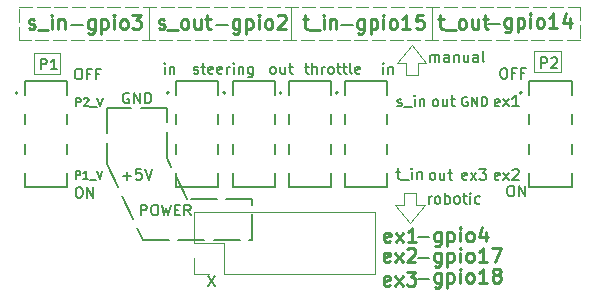
<source format=gbr>
%TF.GenerationSoftware,KiCad,Pcbnew,8.0.1*%
%TF.CreationDate,2024-06-06T08:45:56+08:00*%
%TF.ProjectId,CrazyDonkeyTarmoBoard,4372617a-7944-46f6-9e6b-65795461726d,rev?*%
%TF.SameCoordinates,Original*%
%TF.FileFunction,Legend,Top*%
%TF.FilePolarity,Positive*%
%FSLAX46Y46*%
G04 Gerber Fmt 4.6, Leading zero omitted, Abs format (unit mm)*
G04 Created by KiCad (PCBNEW 8.0.1) date 2024-06-06 08:45:56*
%MOMM*%
%LPD*%
G01*
G04 APERTURE LIST*
%ADD10C,0.100000*%
%ADD11C,0.200000*%
%ADD12C,0.180000*%
%ADD13C,0.240000*%
%ADD14C,0.160000*%
%ADD15C,0.140000*%
%ADD16C,0.127000*%
%ADD17C,0.120000*%
G04 APERTURE END LIST*
D10*
X91250000Y-76000000D02*
X91250000Y-77000000D01*
D11*
X84750000Y-72750000D02*
X85750000Y-72750000D01*
D10*
X90250000Y-77000000D02*
X90250000Y-76000000D01*
X57500000Y-71250000D02*
X58600000Y-71250000D01*
X59000000Y-71250000D02*
X60100000Y-71250000D01*
X60500000Y-71250000D02*
X61600000Y-71250000D01*
X62000000Y-71250000D02*
X63100000Y-71250000D01*
X63500000Y-71250000D02*
X64600000Y-71250000D01*
X65000000Y-71250000D02*
X66100000Y-71250000D01*
X66500000Y-71250000D02*
X67600000Y-71250000D01*
X68000000Y-71250000D02*
X69100000Y-71250000D01*
X69500000Y-71250000D02*
X70600000Y-71250000D01*
X71000000Y-71250000D02*
X72100000Y-71250000D01*
X72500000Y-71250000D02*
X73600000Y-71250000D01*
X74000000Y-71250000D02*
X75100000Y-71250000D01*
X75500000Y-71250000D02*
X76600000Y-71250000D01*
X77000000Y-71250000D02*
X78100000Y-71250000D01*
X78500000Y-71250000D02*
X79600000Y-71250000D01*
X80000000Y-71250000D02*
X81100000Y-71250000D01*
X81500000Y-71250000D02*
X82600000Y-71250000D01*
X83000000Y-71250000D02*
X84100000Y-71250000D01*
X84500000Y-71250000D02*
X85600000Y-71250000D01*
X86000000Y-71250000D02*
X87100000Y-71250000D01*
X87500000Y-71250000D02*
X88600000Y-71250000D01*
X89000000Y-71250000D02*
X90100000Y-71250000D01*
X90500000Y-71250000D02*
X91600000Y-71250000D01*
X92000000Y-71250000D02*
X93100000Y-71250000D01*
X93500000Y-71250000D02*
X94600000Y-71250000D01*
X95000000Y-71250000D02*
X96100000Y-71250000D01*
X96500000Y-71250000D02*
X97600000Y-71250000D01*
X98000000Y-71250000D02*
X99100000Y-71250000D01*
X99500000Y-71250000D02*
X100600000Y-71250000D01*
X101000000Y-71250000D02*
X102100000Y-71250000D01*
X102500000Y-71250000D02*
X103600000Y-71250000D01*
X104000000Y-71250000D02*
X105000000Y-71250000D01*
X105000000Y-71250000D02*
X105000000Y-72350000D01*
X105000000Y-72750000D02*
X105000000Y-73850000D01*
X105000000Y-74000000D02*
X103900000Y-74000000D01*
X103500000Y-74000000D02*
X102400000Y-74000000D01*
X102000000Y-74000000D02*
X100900000Y-74000000D01*
X100500000Y-74000000D02*
X99400000Y-74000000D01*
X99000000Y-74000000D02*
X97900000Y-74000000D01*
X97500000Y-74000000D02*
X96400000Y-74000000D01*
X96000000Y-74000000D02*
X94900000Y-74000000D01*
X94500000Y-74000000D02*
X93400000Y-74000000D01*
X93000000Y-74000000D02*
X91900000Y-74000000D01*
X91500000Y-74000000D02*
X90400000Y-74000000D01*
X90000000Y-74000000D02*
X88900000Y-74000000D01*
X88500000Y-74000000D02*
X87400000Y-74000000D01*
X87000000Y-74000000D02*
X85900000Y-74000000D01*
X85500000Y-74000000D02*
X84400000Y-74000000D01*
X84000000Y-74000000D02*
X82900000Y-74000000D01*
X82500000Y-74000000D02*
X81400000Y-74000000D01*
X81000000Y-74000000D02*
X79900000Y-74000000D01*
X79500000Y-74000000D02*
X78400000Y-74000000D01*
X78000000Y-74000000D02*
X76900000Y-74000000D01*
X76500000Y-74000000D02*
X75400000Y-74000000D01*
X75000000Y-74000000D02*
X73900000Y-74000000D01*
X73500000Y-74000000D02*
X72400000Y-74000000D01*
X72000000Y-74000000D02*
X70900000Y-74000000D01*
X70500000Y-74000000D02*
X69400000Y-74000000D01*
X69000000Y-74000000D02*
X67900000Y-74000000D01*
X67500000Y-74000000D02*
X66400000Y-74000000D01*
X66000000Y-74000000D02*
X64900000Y-74000000D01*
X64500000Y-74000000D02*
X63400000Y-74000000D01*
X63000000Y-74000000D02*
X61900000Y-74000000D01*
X61500000Y-74000000D02*
X60400000Y-74000000D01*
X60000000Y-74000000D02*
X58900000Y-74000000D01*
X58500000Y-74000000D02*
X57500000Y-74000000D01*
X57500000Y-74000000D02*
X57500000Y-72900000D01*
X57500000Y-72500000D02*
X57500000Y-71400000D01*
D11*
X77250000Y-91000000D02*
X77250000Y-88800000D01*
X77250000Y-88000000D02*
X77250000Y-87500000D01*
X77250000Y-87500000D02*
X75050000Y-87500000D01*
X74250000Y-87500000D02*
X72050000Y-87500000D01*
X71750000Y-87500000D02*
X70766130Y-85532260D01*
X70408359Y-84816718D02*
X70000000Y-84000000D01*
X70000000Y-84000000D02*
X70000000Y-81800000D01*
X70000000Y-81000000D02*
X70000000Y-79750000D01*
X70000000Y-79750000D02*
X67800000Y-79750000D01*
X67000000Y-79750000D02*
X65000000Y-79750000D01*
X65000000Y-79750000D02*
X65000000Y-81950000D01*
X65000000Y-82750000D02*
X65000000Y-84500000D01*
X65000000Y-84500000D02*
X65921928Y-86497511D01*
X66257175Y-87223878D02*
X67179103Y-89221389D01*
X67514349Y-89947756D02*
X67999999Y-91000000D01*
X68000000Y-91000000D02*
X70200000Y-91000000D01*
X71000000Y-91000000D02*
X73200000Y-91000000D01*
X74000000Y-91000000D02*
X76200000Y-91000000D01*
X77000000Y-91000000D02*
X77250000Y-91000000D01*
D10*
X90625000Y-89500000D02*
X89375000Y-88000000D01*
X90250000Y-76000000D02*
X89500000Y-76000000D01*
D11*
X97200000Y-72650000D02*
X98200000Y-72650000D01*
D10*
X91125000Y-88000000D02*
X91875000Y-88000000D01*
X90750000Y-74500000D02*
X92000000Y-76000000D01*
X92500000Y-71250000D02*
X92500000Y-74000000D01*
D11*
X91250000Y-94250000D02*
X92250000Y-94250000D01*
D10*
X89500000Y-76000000D02*
X90750000Y-74500000D01*
X68500000Y-74000000D02*
X68500000Y-71250000D01*
D11*
X74200000Y-72750000D02*
X75200000Y-72750000D01*
D10*
X80500000Y-71250000D02*
X80500000Y-74000000D01*
X92000000Y-76000000D02*
X91250000Y-76000000D01*
D11*
X91250000Y-92500000D02*
X92250000Y-92500000D01*
D10*
X91250000Y-77000000D02*
X90250000Y-77000000D01*
X90125000Y-87000000D02*
X91125000Y-87000000D01*
X89375000Y-88000000D02*
X90125000Y-88000000D01*
D11*
X91250000Y-90750000D02*
X92250000Y-90750000D01*
D10*
X58750000Y-75125000D02*
X61000000Y-75125000D01*
X61000000Y-76875000D01*
X58750000Y-76875000D01*
X58750000Y-75125000D01*
X91125000Y-87000000D02*
X91125000Y-88000000D01*
X90125000Y-88000000D02*
X90125000Y-87000000D01*
X91875000Y-88000000D02*
X90625000Y-89500000D01*
D11*
X61950000Y-72750000D02*
X62950000Y-72750000D01*
D10*
X101125000Y-75000000D02*
X103375000Y-75000000D01*
X103375000Y-76750000D01*
X101125000Y-76750000D01*
X101125000Y-75000000D01*
D12*
X81704135Y-76280497D02*
X82046992Y-76280497D01*
X81832706Y-75980497D02*
X81832706Y-76751925D01*
X81832706Y-76751925D02*
X81875563Y-76837640D01*
X81875563Y-76837640D02*
X81961278Y-76880497D01*
X81961278Y-76880497D02*
X82046992Y-76880497D01*
X82346992Y-76880497D02*
X82346992Y-75980497D01*
X82732707Y-76880497D02*
X82732707Y-76409068D01*
X82732707Y-76409068D02*
X82689849Y-76323354D01*
X82689849Y-76323354D02*
X82604135Y-76280497D01*
X82604135Y-76280497D02*
X82475564Y-76280497D01*
X82475564Y-76280497D02*
X82389849Y-76323354D01*
X82389849Y-76323354D02*
X82346992Y-76366211D01*
X83161278Y-76880497D02*
X83161278Y-76280497D01*
X83161278Y-76451925D02*
X83204135Y-76366211D01*
X83204135Y-76366211D02*
X83246993Y-76323354D01*
X83246993Y-76323354D02*
X83332707Y-76280497D01*
X83332707Y-76280497D02*
X83418421Y-76280497D01*
X83846993Y-76880497D02*
X83761278Y-76837640D01*
X83761278Y-76837640D02*
X83718421Y-76794782D01*
X83718421Y-76794782D02*
X83675564Y-76709068D01*
X83675564Y-76709068D02*
X83675564Y-76451925D01*
X83675564Y-76451925D02*
X83718421Y-76366211D01*
X83718421Y-76366211D02*
X83761278Y-76323354D01*
X83761278Y-76323354D02*
X83846993Y-76280497D01*
X83846993Y-76280497D02*
X83975564Y-76280497D01*
X83975564Y-76280497D02*
X84061278Y-76323354D01*
X84061278Y-76323354D02*
X84104136Y-76366211D01*
X84104136Y-76366211D02*
X84146993Y-76451925D01*
X84146993Y-76451925D02*
X84146993Y-76709068D01*
X84146993Y-76709068D02*
X84104136Y-76794782D01*
X84104136Y-76794782D02*
X84061278Y-76837640D01*
X84061278Y-76837640D02*
X83975564Y-76880497D01*
X83975564Y-76880497D02*
X83846993Y-76880497D01*
X84404136Y-76280497D02*
X84746993Y-76280497D01*
X84532707Y-75980497D02*
X84532707Y-76751925D01*
X84532707Y-76751925D02*
X84575564Y-76837640D01*
X84575564Y-76837640D02*
X84661279Y-76880497D01*
X84661279Y-76880497D02*
X84746993Y-76880497D01*
X84918422Y-76280497D02*
X85261279Y-76280497D01*
X85046993Y-75980497D02*
X85046993Y-76751925D01*
X85046993Y-76751925D02*
X85089850Y-76837640D01*
X85089850Y-76837640D02*
X85175565Y-76880497D01*
X85175565Y-76880497D02*
X85261279Y-76880497D01*
X85689851Y-76880497D02*
X85604136Y-76837640D01*
X85604136Y-76837640D02*
X85561279Y-76751925D01*
X85561279Y-76751925D02*
X85561279Y-75980497D01*
X86375565Y-76837640D02*
X86289851Y-76880497D01*
X86289851Y-76880497D02*
X86118423Y-76880497D01*
X86118423Y-76880497D02*
X86032708Y-76837640D01*
X86032708Y-76837640D02*
X85989851Y-76751925D01*
X85989851Y-76751925D02*
X85989851Y-76409068D01*
X85989851Y-76409068D02*
X86032708Y-76323354D01*
X86032708Y-76323354D02*
X86118423Y-76280497D01*
X86118423Y-76280497D02*
X86289851Y-76280497D01*
X86289851Y-76280497D02*
X86375565Y-76323354D01*
X86375565Y-76323354D02*
X86418423Y-76409068D01*
X86418423Y-76409068D02*
X86418423Y-76494782D01*
X86418423Y-76494782D02*
X85989851Y-76580497D01*
X99054135Y-86370497D02*
X99225563Y-86370497D01*
X99225563Y-86370497D02*
X99311278Y-86413354D01*
X99311278Y-86413354D02*
X99396992Y-86499068D01*
X99396992Y-86499068D02*
X99439849Y-86670497D01*
X99439849Y-86670497D02*
X99439849Y-86970497D01*
X99439849Y-86970497D02*
X99396992Y-87141925D01*
X99396992Y-87141925D02*
X99311278Y-87227640D01*
X99311278Y-87227640D02*
X99225563Y-87270497D01*
X99225563Y-87270497D02*
X99054135Y-87270497D01*
X99054135Y-87270497D02*
X98968421Y-87227640D01*
X98968421Y-87227640D02*
X98882706Y-87141925D01*
X98882706Y-87141925D02*
X98839849Y-86970497D01*
X98839849Y-86970497D02*
X98839849Y-86670497D01*
X98839849Y-86670497D02*
X98882706Y-86499068D01*
X98882706Y-86499068D02*
X98968421Y-86413354D01*
X98968421Y-86413354D02*
X99054135Y-86370497D01*
X99825563Y-87270497D02*
X99825563Y-86370497D01*
X99825563Y-86370497D02*
X100339849Y-87270497D01*
X100339849Y-87270497D02*
X100339849Y-86370497D01*
D13*
X88900751Y-92783520D02*
X88786465Y-92840662D01*
X88786465Y-92840662D02*
X88557894Y-92840662D01*
X88557894Y-92840662D02*
X88443608Y-92783520D01*
X88443608Y-92783520D02*
X88386465Y-92669234D01*
X88386465Y-92669234D02*
X88386465Y-92212091D01*
X88386465Y-92212091D02*
X88443608Y-92097805D01*
X88443608Y-92097805D02*
X88557894Y-92040662D01*
X88557894Y-92040662D02*
X88786465Y-92040662D01*
X88786465Y-92040662D02*
X88900751Y-92097805D01*
X88900751Y-92097805D02*
X88957894Y-92212091D01*
X88957894Y-92212091D02*
X88957894Y-92326377D01*
X88957894Y-92326377D02*
X88386465Y-92440662D01*
X89357893Y-92840662D02*
X89986465Y-92040662D01*
X89357893Y-92040662D02*
X89986465Y-92840662D01*
X90386465Y-91754948D02*
X90443608Y-91697805D01*
X90443608Y-91697805D02*
X90557894Y-91640662D01*
X90557894Y-91640662D02*
X90843608Y-91640662D01*
X90843608Y-91640662D02*
X90957894Y-91697805D01*
X90957894Y-91697805D02*
X91015036Y-91754948D01*
X91015036Y-91754948D02*
X91072179Y-91869234D01*
X91072179Y-91869234D02*
X91072179Y-91983520D01*
X91072179Y-91983520D02*
X91015036Y-92154948D01*
X91015036Y-92154948D02*
X90329322Y-92840662D01*
X90329322Y-92840662D02*
X91072179Y-92840662D01*
X69336465Y-73033520D02*
X69450751Y-73090662D01*
X69450751Y-73090662D02*
X69679322Y-73090662D01*
X69679322Y-73090662D02*
X69793608Y-73033520D01*
X69793608Y-73033520D02*
X69850751Y-72919234D01*
X69850751Y-72919234D02*
X69850751Y-72862091D01*
X69850751Y-72862091D02*
X69793608Y-72747805D01*
X69793608Y-72747805D02*
X69679322Y-72690662D01*
X69679322Y-72690662D02*
X69507894Y-72690662D01*
X69507894Y-72690662D02*
X69393608Y-72633520D01*
X69393608Y-72633520D02*
X69336465Y-72519234D01*
X69336465Y-72519234D02*
X69336465Y-72462091D01*
X69336465Y-72462091D02*
X69393608Y-72347805D01*
X69393608Y-72347805D02*
X69507894Y-72290662D01*
X69507894Y-72290662D02*
X69679322Y-72290662D01*
X69679322Y-72290662D02*
X69793608Y-72347805D01*
X70079323Y-73204948D02*
X70993608Y-73204948D01*
X71450751Y-73090662D02*
X71336466Y-73033520D01*
X71336466Y-73033520D02*
X71279323Y-72976377D01*
X71279323Y-72976377D02*
X71222180Y-72862091D01*
X71222180Y-72862091D02*
X71222180Y-72519234D01*
X71222180Y-72519234D02*
X71279323Y-72404948D01*
X71279323Y-72404948D02*
X71336466Y-72347805D01*
X71336466Y-72347805D02*
X71450751Y-72290662D01*
X71450751Y-72290662D02*
X71622180Y-72290662D01*
X71622180Y-72290662D02*
X71736466Y-72347805D01*
X71736466Y-72347805D02*
X71793609Y-72404948D01*
X71793609Y-72404948D02*
X71850751Y-72519234D01*
X71850751Y-72519234D02*
X71850751Y-72862091D01*
X71850751Y-72862091D02*
X71793609Y-72976377D01*
X71793609Y-72976377D02*
X71736466Y-73033520D01*
X71736466Y-73033520D02*
X71622180Y-73090662D01*
X71622180Y-73090662D02*
X71450751Y-73090662D01*
X72879323Y-72290662D02*
X72879323Y-73090662D01*
X72365037Y-72290662D02*
X72365037Y-72919234D01*
X72365037Y-72919234D02*
X72422180Y-73033520D01*
X72422180Y-73033520D02*
X72536465Y-73090662D01*
X72536465Y-73090662D02*
X72707894Y-73090662D01*
X72707894Y-73090662D02*
X72822180Y-73033520D01*
X72822180Y-73033520D02*
X72879323Y-72976377D01*
X73279322Y-72290662D02*
X73736465Y-72290662D01*
X73450751Y-71890662D02*
X73450751Y-72919234D01*
X73450751Y-72919234D02*
X73507894Y-73033520D01*
X73507894Y-73033520D02*
X73622179Y-73090662D01*
X73622179Y-73090662D02*
X73736465Y-73090662D01*
X88950751Y-91083520D02*
X88836465Y-91140662D01*
X88836465Y-91140662D02*
X88607894Y-91140662D01*
X88607894Y-91140662D02*
X88493608Y-91083520D01*
X88493608Y-91083520D02*
X88436465Y-90969234D01*
X88436465Y-90969234D02*
X88436465Y-90512091D01*
X88436465Y-90512091D02*
X88493608Y-90397805D01*
X88493608Y-90397805D02*
X88607894Y-90340662D01*
X88607894Y-90340662D02*
X88836465Y-90340662D01*
X88836465Y-90340662D02*
X88950751Y-90397805D01*
X88950751Y-90397805D02*
X89007894Y-90512091D01*
X89007894Y-90512091D02*
X89007894Y-90626377D01*
X89007894Y-90626377D02*
X88436465Y-90740662D01*
X89407893Y-91140662D02*
X90036465Y-90340662D01*
X89407893Y-90340662D02*
X90036465Y-91140662D01*
X91122179Y-91140662D02*
X90436465Y-91140662D01*
X90779322Y-91140662D02*
X90779322Y-89940662D01*
X90779322Y-89940662D02*
X90665036Y-90112091D01*
X90665036Y-90112091D02*
X90550751Y-90226377D01*
X90550751Y-90226377D02*
X90436465Y-90283520D01*
D12*
X101707706Y-76380497D02*
X101707706Y-75480497D01*
X101707706Y-75480497D02*
X102050563Y-75480497D01*
X102050563Y-75480497D02*
X102136278Y-75523354D01*
X102136278Y-75523354D02*
X102179135Y-75566211D01*
X102179135Y-75566211D02*
X102221992Y-75651925D01*
X102221992Y-75651925D02*
X102221992Y-75780497D01*
X102221992Y-75780497D02*
X102179135Y-75866211D01*
X102179135Y-75866211D02*
X102136278Y-75909068D01*
X102136278Y-75909068D02*
X102050563Y-75951925D01*
X102050563Y-75951925D02*
X101707706Y-75951925D01*
X102564849Y-75566211D02*
X102607706Y-75523354D01*
X102607706Y-75523354D02*
X102693421Y-75480497D01*
X102693421Y-75480497D02*
X102907706Y-75480497D01*
X102907706Y-75480497D02*
X102993421Y-75523354D01*
X102993421Y-75523354D02*
X103036278Y-75566211D01*
X103036278Y-75566211D02*
X103079135Y-75651925D01*
X103079135Y-75651925D02*
X103079135Y-75737640D01*
X103079135Y-75737640D02*
X103036278Y-75866211D01*
X103036278Y-75866211D02*
X102521992Y-76380497D01*
X102521992Y-76380497D02*
X103079135Y-76380497D01*
X89539849Y-79587640D02*
X89625563Y-79630497D01*
X89625563Y-79630497D02*
X89796992Y-79630497D01*
X89796992Y-79630497D02*
X89882706Y-79587640D01*
X89882706Y-79587640D02*
X89925563Y-79501925D01*
X89925563Y-79501925D02*
X89925563Y-79459068D01*
X89925563Y-79459068D02*
X89882706Y-79373354D01*
X89882706Y-79373354D02*
X89796992Y-79330497D01*
X89796992Y-79330497D02*
X89668421Y-79330497D01*
X89668421Y-79330497D02*
X89582706Y-79287640D01*
X89582706Y-79287640D02*
X89539849Y-79201925D01*
X89539849Y-79201925D02*
X89539849Y-79159068D01*
X89539849Y-79159068D02*
X89582706Y-79073354D01*
X89582706Y-79073354D02*
X89668421Y-79030497D01*
X89668421Y-79030497D02*
X89796992Y-79030497D01*
X89796992Y-79030497D02*
X89882706Y-79073354D01*
X90096992Y-79716211D02*
X90782706Y-79716211D01*
X90996991Y-79630497D02*
X90996991Y-79030497D01*
X90996991Y-78730497D02*
X90954134Y-78773354D01*
X90954134Y-78773354D02*
X90996991Y-78816211D01*
X90996991Y-78816211D02*
X91039848Y-78773354D01*
X91039848Y-78773354D02*
X90996991Y-78730497D01*
X90996991Y-78730497D02*
X90996991Y-78816211D01*
X91425562Y-79030497D02*
X91425562Y-79630497D01*
X91425562Y-79116211D02*
X91468419Y-79073354D01*
X91468419Y-79073354D02*
X91554134Y-79030497D01*
X91554134Y-79030497D02*
X91682705Y-79030497D01*
X91682705Y-79030497D02*
X91768419Y-79073354D01*
X91768419Y-79073354D02*
X91811277Y-79159068D01*
X91811277Y-79159068D02*
X91811277Y-79630497D01*
D13*
X76157894Y-72290662D02*
X76157894Y-73262091D01*
X76157894Y-73262091D02*
X76100751Y-73376377D01*
X76100751Y-73376377D02*
X76043608Y-73433520D01*
X76043608Y-73433520D02*
X75929322Y-73490662D01*
X75929322Y-73490662D02*
X75757894Y-73490662D01*
X75757894Y-73490662D02*
X75643608Y-73433520D01*
X76157894Y-73033520D02*
X76043608Y-73090662D01*
X76043608Y-73090662D02*
X75815036Y-73090662D01*
X75815036Y-73090662D02*
X75700751Y-73033520D01*
X75700751Y-73033520D02*
X75643608Y-72976377D01*
X75643608Y-72976377D02*
X75586465Y-72862091D01*
X75586465Y-72862091D02*
X75586465Y-72519234D01*
X75586465Y-72519234D02*
X75643608Y-72404948D01*
X75643608Y-72404948D02*
X75700751Y-72347805D01*
X75700751Y-72347805D02*
X75815036Y-72290662D01*
X75815036Y-72290662D02*
X76043608Y-72290662D01*
X76043608Y-72290662D02*
X76157894Y-72347805D01*
X76729322Y-72290662D02*
X76729322Y-73490662D01*
X76729322Y-72347805D02*
X76843608Y-72290662D01*
X76843608Y-72290662D02*
X77072179Y-72290662D01*
X77072179Y-72290662D02*
X77186465Y-72347805D01*
X77186465Y-72347805D02*
X77243608Y-72404948D01*
X77243608Y-72404948D02*
X77300750Y-72519234D01*
X77300750Y-72519234D02*
X77300750Y-72862091D01*
X77300750Y-72862091D02*
X77243608Y-72976377D01*
X77243608Y-72976377D02*
X77186465Y-73033520D01*
X77186465Y-73033520D02*
X77072179Y-73090662D01*
X77072179Y-73090662D02*
X76843608Y-73090662D01*
X76843608Y-73090662D02*
X76729322Y-73033520D01*
X77815036Y-73090662D02*
X77815036Y-72290662D01*
X77815036Y-71890662D02*
X77757893Y-71947805D01*
X77757893Y-71947805D02*
X77815036Y-72004948D01*
X77815036Y-72004948D02*
X77872179Y-71947805D01*
X77872179Y-71947805D02*
X77815036Y-71890662D01*
X77815036Y-71890662D02*
X77815036Y-72004948D01*
X78557893Y-73090662D02*
X78443608Y-73033520D01*
X78443608Y-73033520D02*
X78386465Y-72976377D01*
X78386465Y-72976377D02*
X78329322Y-72862091D01*
X78329322Y-72862091D02*
X78329322Y-72519234D01*
X78329322Y-72519234D02*
X78386465Y-72404948D01*
X78386465Y-72404948D02*
X78443608Y-72347805D01*
X78443608Y-72347805D02*
X78557893Y-72290662D01*
X78557893Y-72290662D02*
X78729322Y-72290662D01*
X78729322Y-72290662D02*
X78843608Y-72347805D01*
X78843608Y-72347805D02*
X78900751Y-72404948D01*
X78900751Y-72404948D02*
X78957893Y-72519234D01*
X78957893Y-72519234D02*
X78957893Y-72862091D01*
X78957893Y-72862091D02*
X78900751Y-72976377D01*
X78900751Y-72976377D02*
X78843608Y-73033520D01*
X78843608Y-73033520D02*
X78729322Y-73090662D01*
X78729322Y-73090662D02*
X78557893Y-73090662D01*
X79415036Y-72004948D02*
X79472179Y-71947805D01*
X79472179Y-71947805D02*
X79586465Y-71890662D01*
X79586465Y-71890662D02*
X79872179Y-71890662D01*
X79872179Y-71890662D02*
X79986465Y-71947805D01*
X79986465Y-71947805D02*
X80043607Y-72004948D01*
X80043607Y-72004948D02*
X80100750Y-72119234D01*
X80100750Y-72119234D02*
X80100750Y-72233520D01*
X80100750Y-72233520D02*
X80043607Y-72404948D01*
X80043607Y-72404948D02*
X79357893Y-73090662D01*
X79357893Y-73090662D02*
X80100750Y-73090662D01*
D12*
X62464135Y-76470497D02*
X62635563Y-76470497D01*
X62635563Y-76470497D02*
X62721278Y-76513354D01*
X62721278Y-76513354D02*
X62806992Y-76599068D01*
X62806992Y-76599068D02*
X62849849Y-76770497D01*
X62849849Y-76770497D02*
X62849849Y-77070497D01*
X62849849Y-77070497D02*
X62806992Y-77241925D01*
X62806992Y-77241925D02*
X62721278Y-77327640D01*
X62721278Y-77327640D02*
X62635563Y-77370497D01*
X62635563Y-77370497D02*
X62464135Y-77370497D01*
X62464135Y-77370497D02*
X62378421Y-77327640D01*
X62378421Y-77327640D02*
X62292706Y-77241925D01*
X62292706Y-77241925D02*
X62249849Y-77070497D01*
X62249849Y-77070497D02*
X62249849Y-76770497D01*
X62249849Y-76770497D02*
X62292706Y-76599068D01*
X62292706Y-76599068D02*
X62378421Y-76513354D01*
X62378421Y-76513354D02*
X62464135Y-76470497D01*
X63535563Y-76899068D02*
X63235563Y-76899068D01*
X63235563Y-77370497D02*
X63235563Y-76470497D01*
X63235563Y-76470497D02*
X63664135Y-76470497D01*
X64306992Y-76899068D02*
X64006992Y-76899068D01*
X64006992Y-77370497D02*
X64006992Y-76470497D01*
X64006992Y-76470497D02*
X64435564Y-76470497D01*
X92207706Y-87880497D02*
X92207706Y-87280497D01*
X92207706Y-87451925D02*
X92250563Y-87366211D01*
X92250563Y-87366211D02*
X92293421Y-87323354D01*
X92293421Y-87323354D02*
X92379135Y-87280497D01*
X92379135Y-87280497D02*
X92464849Y-87280497D01*
X92893421Y-87880497D02*
X92807706Y-87837640D01*
X92807706Y-87837640D02*
X92764849Y-87794782D01*
X92764849Y-87794782D02*
X92721992Y-87709068D01*
X92721992Y-87709068D02*
X92721992Y-87451925D01*
X92721992Y-87451925D02*
X92764849Y-87366211D01*
X92764849Y-87366211D02*
X92807706Y-87323354D01*
X92807706Y-87323354D02*
X92893421Y-87280497D01*
X92893421Y-87280497D02*
X93021992Y-87280497D01*
X93021992Y-87280497D02*
X93107706Y-87323354D01*
X93107706Y-87323354D02*
X93150564Y-87366211D01*
X93150564Y-87366211D02*
X93193421Y-87451925D01*
X93193421Y-87451925D02*
X93193421Y-87709068D01*
X93193421Y-87709068D02*
X93150564Y-87794782D01*
X93150564Y-87794782D02*
X93107706Y-87837640D01*
X93107706Y-87837640D02*
X93021992Y-87880497D01*
X93021992Y-87880497D02*
X92893421Y-87880497D01*
X93579135Y-87880497D02*
X93579135Y-86980497D01*
X93579135Y-87323354D02*
X93664850Y-87280497D01*
X93664850Y-87280497D02*
X93836278Y-87280497D01*
X93836278Y-87280497D02*
X93921992Y-87323354D01*
X93921992Y-87323354D02*
X93964850Y-87366211D01*
X93964850Y-87366211D02*
X94007707Y-87451925D01*
X94007707Y-87451925D02*
X94007707Y-87709068D01*
X94007707Y-87709068D02*
X93964850Y-87794782D01*
X93964850Y-87794782D02*
X93921992Y-87837640D01*
X93921992Y-87837640D02*
X93836278Y-87880497D01*
X93836278Y-87880497D02*
X93664850Y-87880497D01*
X93664850Y-87880497D02*
X93579135Y-87837640D01*
X94521993Y-87880497D02*
X94436278Y-87837640D01*
X94436278Y-87837640D02*
X94393421Y-87794782D01*
X94393421Y-87794782D02*
X94350564Y-87709068D01*
X94350564Y-87709068D02*
X94350564Y-87451925D01*
X94350564Y-87451925D02*
X94393421Y-87366211D01*
X94393421Y-87366211D02*
X94436278Y-87323354D01*
X94436278Y-87323354D02*
X94521993Y-87280497D01*
X94521993Y-87280497D02*
X94650564Y-87280497D01*
X94650564Y-87280497D02*
X94736278Y-87323354D01*
X94736278Y-87323354D02*
X94779136Y-87366211D01*
X94779136Y-87366211D02*
X94821993Y-87451925D01*
X94821993Y-87451925D02*
X94821993Y-87709068D01*
X94821993Y-87709068D02*
X94779136Y-87794782D01*
X94779136Y-87794782D02*
X94736278Y-87837640D01*
X94736278Y-87837640D02*
X94650564Y-87880497D01*
X94650564Y-87880497D02*
X94521993Y-87880497D01*
X95079136Y-87280497D02*
X95421993Y-87280497D01*
X95207707Y-86980497D02*
X95207707Y-87751925D01*
X95207707Y-87751925D02*
X95250564Y-87837640D01*
X95250564Y-87837640D02*
X95336279Y-87880497D01*
X95336279Y-87880497D02*
X95421993Y-87880497D01*
X95721993Y-87880497D02*
X95721993Y-87280497D01*
X95721993Y-86980497D02*
X95679136Y-87023354D01*
X95679136Y-87023354D02*
X95721993Y-87066211D01*
X95721993Y-87066211D02*
X95764850Y-87023354D01*
X95764850Y-87023354D02*
X95721993Y-86980497D01*
X95721993Y-86980497D02*
X95721993Y-87066211D01*
X96536279Y-87837640D02*
X96450564Y-87880497D01*
X96450564Y-87880497D02*
X96279136Y-87880497D01*
X96279136Y-87880497D02*
X96193421Y-87837640D01*
X96193421Y-87837640D02*
X96150564Y-87794782D01*
X96150564Y-87794782D02*
X96107707Y-87709068D01*
X96107707Y-87709068D02*
X96107707Y-87451925D01*
X96107707Y-87451925D02*
X96150564Y-87366211D01*
X96150564Y-87366211D02*
X96193421Y-87323354D01*
X96193421Y-87323354D02*
X96279136Y-87280497D01*
X96279136Y-87280497D02*
X96450564Y-87280497D01*
X96450564Y-87280497D02*
X96536279Y-87323354D01*
D13*
X99157894Y-72190662D02*
X99157894Y-73162091D01*
X99157894Y-73162091D02*
X99100751Y-73276377D01*
X99100751Y-73276377D02*
X99043608Y-73333520D01*
X99043608Y-73333520D02*
X98929322Y-73390662D01*
X98929322Y-73390662D02*
X98757894Y-73390662D01*
X98757894Y-73390662D02*
X98643608Y-73333520D01*
X99157894Y-72933520D02*
X99043608Y-72990662D01*
X99043608Y-72990662D02*
X98815036Y-72990662D01*
X98815036Y-72990662D02*
X98700751Y-72933520D01*
X98700751Y-72933520D02*
X98643608Y-72876377D01*
X98643608Y-72876377D02*
X98586465Y-72762091D01*
X98586465Y-72762091D02*
X98586465Y-72419234D01*
X98586465Y-72419234D02*
X98643608Y-72304948D01*
X98643608Y-72304948D02*
X98700751Y-72247805D01*
X98700751Y-72247805D02*
X98815036Y-72190662D01*
X98815036Y-72190662D02*
X99043608Y-72190662D01*
X99043608Y-72190662D02*
X99157894Y-72247805D01*
X99729322Y-72190662D02*
X99729322Y-73390662D01*
X99729322Y-72247805D02*
X99843608Y-72190662D01*
X99843608Y-72190662D02*
X100072179Y-72190662D01*
X100072179Y-72190662D02*
X100186465Y-72247805D01*
X100186465Y-72247805D02*
X100243608Y-72304948D01*
X100243608Y-72304948D02*
X100300750Y-72419234D01*
X100300750Y-72419234D02*
X100300750Y-72762091D01*
X100300750Y-72762091D02*
X100243608Y-72876377D01*
X100243608Y-72876377D02*
X100186465Y-72933520D01*
X100186465Y-72933520D02*
X100072179Y-72990662D01*
X100072179Y-72990662D02*
X99843608Y-72990662D01*
X99843608Y-72990662D02*
X99729322Y-72933520D01*
X100815036Y-72990662D02*
X100815036Y-72190662D01*
X100815036Y-71790662D02*
X100757893Y-71847805D01*
X100757893Y-71847805D02*
X100815036Y-71904948D01*
X100815036Y-71904948D02*
X100872179Y-71847805D01*
X100872179Y-71847805D02*
X100815036Y-71790662D01*
X100815036Y-71790662D02*
X100815036Y-71904948D01*
X101557893Y-72990662D02*
X101443608Y-72933520D01*
X101443608Y-72933520D02*
X101386465Y-72876377D01*
X101386465Y-72876377D02*
X101329322Y-72762091D01*
X101329322Y-72762091D02*
X101329322Y-72419234D01*
X101329322Y-72419234D02*
X101386465Y-72304948D01*
X101386465Y-72304948D02*
X101443608Y-72247805D01*
X101443608Y-72247805D02*
X101557893Y-72190662D01*
X101557893Y-72190662D02*
X101729322Y-72190662D01*
X101729322Y-72190662D02*
X101843608Y-72247805D01*
X101843608Y-72247805D02*
X101900751Y-72304948D01*
X101900751Y-72304948D02*
X101957893Y-72419234D01*
X101957893Y-72419234D02*
X101957893Y-72762091D01*
X101957893Y-72762091D02*
X101900751Y-72876377D01*
X101900751Y-72876377D02*
X101843608Y-72933520D01*
X101843608Y-72933520D02*
X101729322Y-72990662D01*
X101729322Y-72990662D02*
X101557893Y-72990662D01*
X103100750Y-72990662D02*
X102415036Y-72990662D01*
X102757893Y-72990662D02*
X102757893Y-71790662D01*
X102757893Y-71790662D02*
X102643607Y-71962091D01*
X102643607Y-71962091D02*
X102529322Y-72076377D01*
X102529322Y-72076377D02*
X102415036Y-72133520D01*
X104129322Y-72190662D02*
X104129322Y-72990662D01*
X103843607Y-71733520D02*
X103557893Y-72590662D01*
X103557893Y-72590662D02*
X104300750Y-72590662D01*
D12*
X67832706Y-88880497D02*
X67832706Y-87980497D01*
X67832706Y-87980497D02*
X68175563Y-87980497D01*
X68175563Y-87980497D02*
X68261278Y-88023354D01*
X68261278Y-88023354D02*
X68304135Y-88066211D01*
X68304135Y-88066211D02*
X68346992Y-88151925D01*
X68346992Y-88151925D02*
X68346992Y-88280497D01*
X68346992Y-88280497D02*
X68304135Y-88366211D01*
X68304135Y-88366211D02*
X68261278Y-88409068D01*
X68261278Y-88409068D02*
X68175563Y-88451925D01*
X68175563Y-88451925D02*
X67832706Y-88451925D01*
X68904135Y-87980497D02*
X69075563Y-87980497D01*
X69075563Y-87980497D02*
X69161278Y-88023354D01*
X69161278Y-88023354D02*
X69246992Y-88109068D01*
X69246992Y-88109068D02*
X69289849Y-88280497D01*
X69289849Y-88280497D02*
X69289849Y-88580497D01*
X69289849Y-88580497D02*
X69246992Y-88751925D01*
X69246992Y-88751925D02*
X69161278Y-88837640D01*
X69161278Y-88837640D02*
X69075563Y-88880497D01*
X69075563Y-88880497D02*
X68904135Y-88880497D01*
X68904135Y-88880497D02*
X68818421Y-88837640D01*
X68818421Y-88837640D02*
X68732706Y-88751925D01*
X68732706Y-88751925D02*
X68689849Y-88580497D01*
X68689849Y-88580497D02*
X68689849Y-88280497D01*
X68689849Y-88280497D02*
X68732706Y-88109068D01*
X68732706Y-88109068D02*
X68818421Y-88023354D01*
X68818421Y-88023354D02*
X68904135Y-87980497D01*
X69589849Y-87980497D02*
X69804135Y-88880497D01*
X69804135Y-88880497D02*
X69975563Y-88237640D01*
X69975563Y-88237640D02*
X70146992Y-88880497D01*
X70146992Y-88880497D02*
X70361278Y-87980497D01*
X70704134Y-88409068D02*
X71004134Y-88409068D01*
X71132706Y-88880497D02*
X70704134Y-88880497D01*
X70704134Y-88880497D02*
X70704134Y-87980497D01*
X70704134Y-87980497D02*
X71132706Y-87980497D01*
X72032706Y-88880497D02*
X71732706Y-88451925D01*
X71518420Y-88880497D02*
X71518420Y-87980497D01*
X71518420Y-87980497D02*
X71861277Y-87980497D01*
X71861277Y-87980497D02*
X71946992Y-88023354D01*
X71946992Y-88023354D02*
X71989849Y-88066211D01*
X71989849Y-88066211D02*
X72032706Y-88151925D01*
X72032706Y-88151925D02*
X72032706Y-88280497D01*
X72032706Y-88280497D02*
X71989849Y-88366211D01*
X71989849Y-88366211D02*
X71946992Y-88409068D01*
X71946992Y-88409068D02*
X71861277Y-88451925D01*
X71861277Y-88451925D02*
X71518420Y-88451925D01*
D13*
X63907894Y-72290662D02*
X63907894Y-73262091D01*
X63907894Y-73262091D02*
X63850751Y-73376377D01*
X63850751Y-73376377D02*
X63793608Y-73433520D01*
X63793608Y-73433520D02*
X63679322Y-73490662D01*
X63679322Y-73490662D02*
X63507894Y-73490662D01*
X63507894Y-73490662D02*
X63393608Y-73433520D01*
X63907894Y-73033520D02*
X63793608Y-73090662D01*
X63793608Y-73090662D02*
X63565036Y-73090662D01*
X63565036Y-73090662D02*
X63450751Y-73033520D01*
X63450751Y-73033520D02*
X63393608Y-72976377D01*
X63393608Y-72976377D02*
X63336465Y-72862091D01*
X63336465Y-72862091D02*
X63336465Y-72519234D01*
X63336465Y-72519234D02*
X63393608Y-72404948D01*
X63393608Y-72404948D02*
X63450751Y-72347805D01*
X63450751Y-72347805D02*
X63565036Y-72290662D01*
X63565036Y-72290662D02*
X63793608Y-72290662D01*
X63793608Y-72290662D02*
X63907894Y-72347805D01*
X64479322Y-72290662D02*
X64479322Y-73490662D01*
X64479322Y-72347805D02*
X64593608Y-72290662D01*
X64593608Y-72290662D02*
X64822179Y-72290662D01*
X64822179Y-72290662D02*
X64936465Y-72347805D01*
X64936465Y-72347805D02*
X64993608Y-72404948D01*
X64993608Y-72404948D02*
X65050750Y-72519234D01*
X65050750Y-72519234D02*
X65050750Y-72862091D01*
X65050750Y-72862091D02*
X64993608Y-72976377D01*
X64993608Y-72976377D02*
X64936465Y-73033520D01*
X64936465Y-73033520D02*
X64822179Y-73090662D01*
X64822179Y-73090662D02*
X64593608Y-73090662D01*
X64593608Y-73090662D02*
X64479322Y-73033520D01*
X65565036Y-73090662D02*
X65565036Y-72290662D01*
X65565036Y-71890662D02*
X65507893Y-71947805D01*
X65507893Y-71947805D02*
X65565036Y-72004948D01*
X65565036Y-72004948D02*
X65622179Y-71947805D01*
X65622179Y-71947805D02*
X65565036Y-71890662D01*
X65565036Y-71890662D02*
X65565036Y-72004948D01*
X66307893Y-73090662D02*
X66193608Y-73033520D01*
X66193608Y-73033520D02*
X66136465Y-72976377D01*
X66136465Y-72976377D02*
X66079322Y-72862091D01*
X66079322Y-72862091D02*
X66079322Y-72519234D01*
X66079322Y-72519234D02*
X66136465Y-72404948D01*
X66136465Y-72404948D02*
X66193608Y-72347805D01*
X66193608Y-72347805D02*
X66307893Y-72290662D01*
X66307893Y-72290662D02*
X66479322Y-72290662D01*
X66479322Y-72290662D02*
X66593608Y-72347805D01*
X66593608Y-72347805D02*
X66650751Y-72404948D01*
X66650751Y-72404948D02*
X66707893Y-72519234D01*
X66707893Y-72519234D02*
X66707893Y-72862091D01*
X66707893Y-72862091D02*
X66650751Y-72976377D01*
X66650751Y-72976377D02*
X66593608Y-73033520D01*
X66593608Y-73033520D02*
X66479322Y-73090662D01*
X66479322Y-73090662D02*
X66307893Y-73090662D01*
X67107893Y-71890662D02*
X67850750Y-71890662D01*
X67850750Y-71890662D02*
X67450750Y-72347805D01*
X67450750Y-72347805D02*
X67622179Y-72347805D01*
X67622179Y-72347805D02*
X67736465Y-72404948D01*
X67736465Y-72404948D02*
X67793607Y-72462091D01*
X67793607Y-72462091D02*
X67850750Y-72576377D01*
X67850750Y-72576377D02*
X67850750Y-72862091D01*
X67850750Y-72862091D02*
X67793607Y-72976377D01*
X67793607Y-72976377D02*
X67736465Y-73033520D01*
X67736465Y-73033520D02*
X67622179Y-73090662D01*
X67622179Y-73090662D02*
X67279322Y-73090662D01*
X67279322Y-73090662D02*
X67165036Y-73033520D01*
X67165036Y-73033520D02*
X67107893Y-72976377D01*
D12*
X92332706Y-75880497D02*
X92332706Y-75280497D01*
X92332706Y-75366211D02*
X92375563Y-75323354D01*
X92375563Y-75323354D02*
X92461278Y-75280497D01*
X92461278Y-75280497D02*
X92589849Y-75280497D01*
X92589849Y-75280497D02*
X92675563Y-75323354D01*
X92675563Y-75323354D02*
X92718421Y-75409068D01*
X92718421Y-75409068D02*
X92718421Y-75880497D01*
X92718421Y-75409068D02*
X92761278Y-75323354D01*
X92761278Y-75323354D02*
X92846992Y-75280497D01*
X92846992Y-75280497D02*
X92975563Y-75280497D01*
X92975563Y-75280497D02*
X93061278Y-75323354D01*
X93061278Y-75323354D02*
X93104135Y-75409068D01*
X93104135Y-75409068D02*
X93104135Y-75880497D01*
X93918421Y-75880497D02*
X93918421Y-75409068D01*
X93918421Y-75409068D02*
X93875563Y-75323354D01*
X93875563Y-75323354D02*
X93789849Y-75280497D01*
X93789849Y-75280497D02*
X93618421Y-75280497D01*
X93618421Y-75280497D02*
X93532706Y-75323354D01*
X93918421Y-75837640D02*
X93832706Y-75880497D01*
X93832706Y-75880497D02*
X93618421Y-75880497D01*
X93618421Y-75880497D02*
X93532706Y-75837640D01*
X93532706Y-75837640D02*
X93489849Y-75751925D01*
X93489849Y-75751925D02*
X93489849Y-75666211D01*
X93489849Y-75666211D02*
X93532706Y-75580497D01*
X93532706Y-75580497D02*
X93618421Y-75537640D01*
X93618421Y-75537640D02*
X93832706Y-75537640D01*
X93832706Y-75537640D02*
X93918421Y-75494782D01*
X94346992Y-75280497D02*
X94346992Y-75880497D01*
X94346992Y-75366211D02*
X94389849Y-75323354D01*
X94389849Y-75323354D02*
X94475564Y-75280497D01*
X94475564Y-75280497D02*
X94604135Y-75280497D01*
X94604135Y-75280497D02*
X94689849Y-75323354D01*
X94689849Y-75323354D02*
X94732707Y-75409068D01*
X94732707Y-75409068D02*
X94732707Y-75880497D01*
X95546993Y-75280497D02*
X95546993Y-75880497D01*
X95161278Y-75280497D02*
X95161278Y-75751925D01*
X95161278Y-75751925D02*
X95204135Y-75837640D01*
X95204135Y-75837640D02*
X95289850Y-75880497D01*
X95289850Y-75880497D02*
X95418421Y-75880497D01*
X95418421Y-75880497D02*
X95504135Y-75837640D01*
X95504135Y-75837640D02*
X95546993Y-75794782D01*
X96361279Y-75880497D02*
X96361279Y-75409068D01*
X96361279Y-75409068D02*
X96318421Y-75323354D01*
X96318421Y-75323354D02*
X96232707Y-75280497D01*
X96232707Y-75280497D02*
X96061279Y-75280497D01*
X96061279Y-75280497D02*
X95975564Y-75323354D01*
X96361279Y-75837640D02*
X96275564Y-75880497D01*
X96275564Y-75880497D02*
X96061279Y-75880497D01*
X96061279Y-75880497D02*
X95975564Y-75837640D01*
X95975564Y-75837640D02*
X95932707Y-75751925D01*
X95932707Y-75751925D02*
X95932707Y-75666211D01*
X95932707Y-75666211D02*
X95975564Y-75580497D01*
X95975564Y-75580497D02*
X96061279Y-75537640D01*
X96061279Y-75537640D02*
X96275564Y-75537640D01*
X96275564Y-75537640D02*
X96361279Y-75494782D01*
X96918422Y-75880497D02*
X96832707Y-75837640D01*
X96832707Y-75837640D02*
X96789850Y-75751925D01*
X96789850Y-75751925D02*
X96789850Y-74980497D01*
D13*
X58336465Y-73033520D02*
X58450751Y-73090662D01*
X58450751Y-73090662D02*
X58679322Y-73090662D01*
X58679322Y-73090662D02*
X58793608Y-73033520D01*
X58793608Y-73033520D02*
X58850751Y-72919234D01*
X58850751Y-72919234D02*
X58850751Y-72862091D01*
X58850751Y-72862091D02*
X58793608Y-72747805D01*
X58793608Y-72747805D02*
X58679322Y-72690662D01*
X58679322Y-72690662D02*
X58507894Y-72690662D01*
X58507894Y-72690662D02*
X58393608Y-72633520D01*
X58393608Y-72633520D02*
X58336465Y-72519234D01*
X58336465Y-72519234D02*
X58336465Y-72462091D01*
X58336465Y-72462091D02*
X58393608Y-72347805D01*
X58393608Y-72347805D02*
X58507894Y-72290662D01*
X58507894Y-72290662D02*
X58679322Y-72290662D01*
X58679322Y-72290662D02*
X58793608Y-72347805D01*
X59079323Y-73204948D02*
X59993608Y-73204948D01*
X60279323Y-73090662D02*
X60279323Y-72290662D01*
X60279323Y-71890662D02*
X60222180Y-71947805D01*
X60222180Y-71947805D02*
X60279323Y-72004948D01*
X60279323Y-72004948D02*
X60336466Y-71947805D01*
X60336466Y-71947805D02*
X60279323Y-71890662D01*
X60279323Y-71890662D02*
X60279323Y-72004948D01*
X60850752Y-72290662D02*
X60850752Y-73090662D01*
X60850752Y-72404948D02*
X60907895Y-72347805D01*
X60907895Y-72347805D02*
X61022180Y-72290662D01*
X61022180Y-72290662D02*
X61193609Y-72290662D01*
X61193609Y-72290662D02*
X61307895Y-72347805D01*
X61307895Y-72347805D02*
X61365038Y-72462091D01*
X61365038Y-72462091D02*
X61365038Y-73090662D01*
D12*
X59332706Y-76505497D02*
X59332706Y-75605497D01*
X59332706Y-75605497D02*
X59675563Y-75605497D01*
X59675563Y-75605497D02*
X59761278Y-75648354D01*
X59761278Y-75648354D02*
X59804135Y-75691211D01*
X59804135Y-75691211D02*
X59846992Y-75776925D01*
X59846992Y-75776925D02*
X59846992Y-75905497D01*
X59846992Y-75905497D02*
X59804135Y-75991211D01*
X59804135Y-75991211D02*
X59761278Y-76034068D01*
X59761278Y-76034068D02*
X59675563Y-76076925D01*
X59675563Y-76076925D02*
X59332706Y-76076925D01*
X60704135Y-76505497D02*
X60189849Y-76505497D01*
X60446992Y-76505497D02*
X60446992Y-75605497D01*
X60446992Y-75605497D02*
X60361278Y-75734068D01*
X60361278Y-75734068D02*
X60275563Y-75819782D01*
X60275563Y-75819782D02*
X60189849Y-75862640D01*
D14*
X95464786Y-78881870D02*
X95388596Y-78843775D01*
X95388596Y-78843775D02*
X95274310Y-78843775D01*
X95274310Y-78843775D02*
X95160024Y-78881870D01*
X95160024Y-78881870D02*
X95083834Y-78958060D01*
X95083834Y-78958060D02*
X95045739Y-79034251D01*
X95045739Y-79034251D02*
X95007643Y-79186632D01*
X95007643Y-79186632D02*
X95007643Y-79300918D01*
X95007643Y-79300918D02*
X95045739Y-79453299D01*
X95045739Y-79453299D02*
X95083834Y-79529489D01*
X95083834Y-79529489D02*
X95160024Y-79605680D01*
X95160024Y-79605680D02*
X95274310Y-79643775D01*
X95274310Y-79643775D02*
X95350501Y-79643775D01*
X95350501Y-79643775D02*
X95464786Y-79605680D01*
X95464786Y-79605680D02*
X95502882Y-79567584D01*
X95502882Y-79567584D02*
X95502882Y-79300918D01*
X95502882Y-79300918D02*
X95350501Y-79300918D01*
X95845739Y-79643775D02*
X95845739Y-78843775D01*
X95845739Y-78843775D02*
X96302882Y-79643775D01*
X96302882Y-79643775D02*
X96302882Y-78843775D01*
X96683834Y-79643775D02*
X96683834Y-78843775D01*
X96683834Y-78843775D02*
X96874310Y-78843775D01*
X96874310Y-78843775D02*
X96988596Y-78881870D01*
X96988596Y-78881870D02*
X97064786Y-78958060D01*
X97064786Y-78958060D02*
X97102881Y-79034251D01*
X97102881Y-79034251D02*
X97140977Y-79186632D01*
X97140977Y-79186632D02*
X97140977Y-79300918D01*
X97140977Y-79300918D02*
X97102881Y-79453299D01*
X97102881Y-79453299D02*
X97064786Y-79529489D01*
X97064786Y-79529489D02*
X96988596Y-79605680D01*
X96988596Y-79605680D02*
X96874310Y-79643775D01*
X96874310Y-79643775D02*
X96683834Y-79643775D01*
D13*
X93207894Y-90290662D02*
X93207894Y-91262091D01*
X93207894Y-91262091D02*
X93150751Y-91376377D01*
X93150751Y-91376377D02*
X93093608Y-91433520D01*
X93093608Y-91433520D02*
X92979322Y-91490662D01*
X92979322Y-91490662D02*
X92807894Y-91490662D01*
X92807894Y-91490662D02*
X92693608Y-91433520D01*
X93207894Y-91033520D02*
X93093608Y-91090662D01*
X93093608Y-91090662D02*
X92865036Y-91090662D01*
X92865036Y-91090662D02*
X92750751Y-91033520D01*
X92750751Y-91033520D02*
X92693608Y-90976377D01*
X92693608Y-90976377D02*
X92636465Y-90862091D01*
X92636465Y-90862091D02*
X92636465Y-90519234D01*
X92636465Y-90519234D02*
X92693608Y-90404948D01*
X92693608Y-90404948D02*
X92750751Y-90347805D01*
X92750751Y-90347805D02*
X92865036Y-90290662D01*
X92865036Y-90290662D02*
X93093608Y-90290662D01*
X93093608Y-90290662D02*
X93207894Y-90347805D01*
X93779322Y-90290662D02*
X93779322Y-91490662D01*
X93779322Y-90347805D02*
X93893608Y-90290662D01*
X93893608Y-90290662D02*
X94122179Y-90290662D01*
X94122179Y-90290662D02*
X94236465Y-90347805D01*
X94236465Y-90347805D02*
X94293608Y-90404948D01*
X94293608Y-90404948D02*
X94350750Y-90519234D01*
X94350750Y-90519234D02*
X94350750Y-90862091D01*
X94350750Y-90862091D02*
X94293608Y-90976377D01*
X94293608Y-90976377D02*
X94236465Y-91033520D01*
X94236465Y-91033520D02*
X94122179Y-91090662D01*
X94122179Y-91090662D02*
X93893608Y-91090662D01*
X93893608Y-91090662D02*
X93779322Y-91033520D01*
X94865036Y-91090662D02*
X94865036Y-90290662D01*
X94865036Y-89890662D02*
X94807893Y-89947805D01*
X94807893Y-89947805D02*
X94865036Y-90004948D01*
X94865036Y-90004948D02*
X94922179Y-89947805D01*
X94922179Y-89947805D02*
X94865036Y-89890662D01*
X94865036Y-89890662D02*
X94865036Y-90004948D01*
X95607893Y-91090662D02*
X95493608Y-91033520D01*
X95493608Y-91033520D02*
X95436465Y-90976377D01*
X95436465Y-90976377D02*
X95379322Y-90862091D01*
X95379322Y-90862091D02*
X95379322Y-90519234D01*
X95379322Y-90519234D02*
X95436465Y-90404948D01*
X95436465Y-90404948D02*
X95493608Y-90347805D01*
X95493608Y-90347805D02*
X95607893Y-90290662D01*
X95607893Y-90290662D02*
X95779322Y-90290662D01*
X95779322Y-90290662D02*
X95893608Y-90347805D01*
X95893608Y-90347805D02*
X95950751Y-90404948D01*
X95950751Y-90404948D02*
X96007893Y-90519234D01*
X96007893Y-90519234D02*
X96007893Y-90862091D01*
X96007893Y-90862091D02*
X95950751Y-90976377D01*
X95950751Y-90976377D02*
X95893608Y-91033520D01*
X95893608Y-91033520D02*
X95779322Y-91090662D01*
X95779322Y-91090662D02*
X95607893Y-91090662D01*
X97036465Y-90290662D02*
X97036465Y-91090662D01*
X96750750Y-89833520D02*
X96465036Y-90690662D01*
X96465036Y-90690662D02*
X97207893Y-90690662D01*
D12*
X92711278Y-79630497D02*
X92625563Y-79587640D01*
X92625563Y-79587640D02*
X92582706Y-79544782D01*
X92582706Y-79544782D02*
X92539849Y-79459068D01*
X92539849Y-79459068D02*
X92539849Y-79201925D01*
X92539849Y-79201925D02*
X92582706Y-79116211D01*
X92582706Y-79116211D02*
X92625563Y-79073354D01*
X92625563Y-79073354D02*
X92711278Y-79030497D01*
X92711278Y-79030497D02*
X92839849Y-79030497D01*
X92839849Y-79030497D02*
X92925563Y-79073354D01*
X92925563Y-79073354D02*
X92968421Y-79116211D01*
X92968421Y-79116211D02*
X93011278Y-79201925D01*
X93011278Y-79201925D02*
X93011278Y-79459068D01*
X93011278Y-79459068D02*
X92968421Y-79544782D01*
X92968421Y-79544782D02*
X92925563Y-79587640D01*
X92925563Y-79587640D02*
X92839849Y-79630497D01*
X92839849Y-79630497D02*
X92711278Y-79630497D01*
X93782707Y-79030497D02*
X93782707Y-79630497D01*
X93396992Y-79030497D02*
X93396992Y-79501925D01*
X93396992Y-79501925D02*
X93439849Y-79587640D01*
X93439849Y-79587640D02*
X93525564Y-79630497D01*
X93525564Y-79630497D02*
X93654135Y-79630497D01*
X93654135Y-79630497D02*
X93739849Y-79587640D01*
X93739849Y-79587640D02*
X93782707Y-79544782D01*
X94082707Y-79030497D02*
X94425564Y-79030497D01*
X94211278Y-78730497D02*
X94211278Y-79501925D01*
X94211278Y-79501925D02*
X94254135Y-79587640D01*
X94254135Y-79587640D02*
X94339850Y-79630497D01*
X94339850Y-79630497D02*
X94425564Y-79630497D01*
D13*
X93207894Y-93790662D02*
X93207894Y-94762091D01*
X93207894Y-94762091D02*
X93150751Y-94876377D01*
X93150751Y-94876377D02*
X93093608Y-94933520D01*
X93093608Y-94933520D02*
X92979322Y-94990662D01*
X92979322Y-94990662D02*
X92807894Y-94990662D01*
X92807894Y-94990662D02*
X92693608Y-94933520D01*
X93207894Y-94533520D02*
X93093608Y-94590662D01*
X93093608Y-94590662D02*
X92865036Y-94590662D01*
X92865036Y-94590662D02*
X92750751Y-94533520D01*
X92750751Y-94533520D02*
X92693608Y-94476377D01*
X92693608Y-94476377D02*
X92636465Y-94362091D01*
X92636465Y-94362091D02*
X92636465Y-94019234D01*
X92636465Y-94019234D02*
X92693608Y-93904948D01*
X92693608Y-93904948D02*
X92750751Y-93847805D01*
X92750751Y-93847805D02*
X92865036Y-93790662D01*
X92865036Y-93790662D02*
X93093608Y-93790662D01*
X93093608Y-93790662D02*
X93207894Y-93847805D01*
X93779322Y-93790662D02*
X93779322Y-94990662D01*
X93779322Y-93847805D02*
X93893608Y-93790662D01*
X93893608Y-93790662D02*
X94122179Y-93790662D01*
X94122179Y-93790662D02*
X94236465Y-93847805D01*
X94236465Y-93847805D02*
X94293608Y-93904948D01*
X94293608Y-93904948D02*
X94350750Y-94019234D01*
X94350750Y-94019234D02*
X94350750Y-94362091D01*
X94350750Y-94362091D02*
X94293608Y-94476377D01*
X94293608Y-94476377D02*
X94236465Y-94533520D01*
X94236465Y-94533520D02*
X94122179Y-94590662D01*
X94122179Y-94590662D02*
X93893608Y-94590662D01*
X93893608Y-94590662D02*
X93779322Y-94533520D01*
X94865036Y-94590662D02*
X94865036Y-93790662D01*
X94865036Y-93390662D02*
X94807893Y-93447805D01*
X94807893Y-93447805D02*
X94865036Y-93504948D01*
X94865036Y-93504948D02*
X94922179Y-93447805D01*
X94922179Y-93447805D02*
X94865036Y-93390662D01*
X94865036Y-93390662D02*
X94865036Y-93504948D01*
X95607893Y-94590662D02*
X95493608Y-94533520D01*
X95493608Y-94533520D02*
X95436465Y-94476377D01*
X95436465Y-94476377D02*
X95379322Y-94362091D01*
X95379322Y-94362091D02*
X95379322Y-94019234D01*
X95379322Y-94019234D02*
X95436465Y-93904948D01*
X95436465Y-93904948D02*
X95493608Y-93847805D01*
X95493608Y-93847805D02*
X95607893Y-93790662D01*
X95607893Y-93790662D02*
X95779322Y-93790662D01*
X95779322Y-93790662D02*
X95893608Y-93847805D01*
X95893608Y-93847805D02*
X95950751Y-93904948D01*
X95950751Y-93904948D02*
X96007893Y-94019234D01*
X96007893Y-94019234D02*
X96007893Y-94362091D01*
X96007893Y-94362091D02*
X95950751Y-94476377D01*
X95950751Y-94476377D02*
X95893608Y-94533520D01*
X95893608Y-94533520D02*
X95779322Y-94590662D01*
X95779322Y-94590662D02*
X95607893Y-94590662D01*
X97150750Y-94590662D02*
X96465036Y-94590662D01*
X96807893Y-94590662D02*
X96807893Y-93390662D01*
X96807893Y-93390662D02*
X96693607Y-93562091D01*
X96693607Y-93562091D02*
X96579322Y-93676377D01*
X96579322Y-93676377D02*
X96465036Y-93733520D01*
X97836464Y-93904948D02*
X97722179Y-93847805D01*
X97722179Y-93847805D02*
X97665036Y-93790662D01*
X97665036Y-93790662D02*
X97607893Y-93676377D01*
X97607893Y-93676377D02*
X97607893Y-93619234D01*
X97607893Y-93619234D02*
X97665036Y-93504948D01*
X97665036Y-93504948D02*
X97722179Y-93447805D01*
X97722179Y-93447805D02*
X97836464Y-93390662D01*
X97836464Y-93390662D02*
X98065036Y-93390662D01*
X98065036Y-93390662D02*
X98179322Y-93447805D01*
X98179322Y-93447805D02*
X98236464Y-93504948D01*
X98236464Y-93504948D02*
X98293607Y-93619234D01*
X98293607Y-93619234D02*
X98293607Y-93676377D01*
X98293607Y-93676377D02*
X98236464Y-93790662D01*
X98236464Y-93790662D02*
X98179322Y-93847805D01*
X98179322Y-93847805D02*
X98065036Y-93904948D01*
X98065036Y-93904948D02*
X97836464Y-93904948D01*
X97836464Y-93904948D02*
X97722179Y-93962091D01*
X97722179Y-93962091D02*
X97665036Y-94019234D01*
X97665036Y-94019234D02*
X97607893Y-94133520D01*
X97607893Y-94133520D02*
X97607893Y-94362091D01*
X97607893Y-94362091D02*
X97665036Y-94476377D01*
X97665036Y-94476377D02*
X97722179Y-94533520D01*
X97722179Y-94533520D02*
X97836464Y-94590662D01*
X97836464Y-94590662D02*
X98065036Y-94590662D01*
X98065036Y-94590662D02*
X98179322Y-94533520D01*
X98179322Y-94533520D02*
X98236464Y-94476377D01*
X98236464Y-94476377D02*
X98293607Y-94362091D01*
X98293607Y-94362091D02*
X98293607Y-94133520D01*
X98293607Y-94133520D02*
X98236464Y-94019234D01*
X98236464Y-94019234D02*
X98179322Y-93962091D01*
X98179322Y-93962091D02*
X98065036Y-93904948D01*
D12*
X73496992Y-93980497D02*
X74096992Y-94880497D01*
X74096992Y-93980497D02*
X73496992Y-94880497D01*
D13*
X86707894Y-72290662D02*
X86707894Y-73262091D01*
X86707894Y-73262091D02*
X86650751Y-73376377D01*
X86650751Y-73376377D02*
X86593608Y-73433520D01*
X86593608Y-73433520D02*
X86479322Y-73490662D01*
X86479322Y-73490662D02*
X86307894Y-73490662D01*
X86307894Y-73490662D02*
X86193608Y-73433520D01*
X86707894Y-73033520D02*
X86593608Y-73090662D01*
X86593608Y-73090662D02*
X86365036Y-73090662D01*
X86365036Y-73090662D02*
X86250751Y-73033520D01*
X86250751Y-73033520D02*
X86193608Y-72976377D01*
X86193608Y-72976377D02*
X86136465Y-72862091D01*
X86136465Y-72862091D02*
X86136465Y-72519234D01*
X86136465Y-72519234D02*
X86193608Y-72404948D01*
X86193608Y-72404948D02*
X86250751Y-72347805D01*
X86250751Y-72347805D02*
X86365036Y-72290662D01*
X86365036Y-72290662D02*
X86593608Y-72290662D01*
X86593608Y-72290662D02*
X86707894Y-72347805D01*
X87279322Y-72290662D02*
X87279322Y-73490662D01*
X87279322Y-72347805D02*
X87393608Y-72290662D01*
X87393608Y-72290662D02*
X87622179Y-72290662D01*
X87622179Y-72290662D02*
X87736465Y-72347805D01*
X87736465Y-72347805D02*
X87793608Y-72404948D01*
X87793608Y-72404948D02*
X87850750Y-72519234D01*
X87850750Y-72519234D02*
X87850750Y-72862091D01*
X87850750Y-72862091D02*
X87793608Y-72976377D01*
X87793608Y-72976377D02*
X87736465Y-73033520D01*
X87736465Y-73033520D02*
X87622179Y-73090662D01*
X87622179Y-73090662D02*
X87393608Y-73090662D01*
X87393608Y-73090662D02*
X87279322Y-73033520D01*
X88365036Y-73090662D02*
X88365036Y-72290662D01*
X88365036Y-71890662D02*
X88307893Y-71947805D01*
X88307893Y-71947805D02*
X88365036Y-72004948D01*
X88365036Y-72004948D02*
X88422179Y-71947805D01*
X88422179Y-71947805D02*
X88365036Y-71890662D01*
X88365036Y-71890662D02*
X88365036Y-72004948D01*
X89107893Y-73090662D02*
X88993608Y-73033520D01*
X88993608Y-73033520D02*
X88936465Y-72976377D01*
X88936465Y-72976377D02*
X88879322Y-72862091D01*
X88879322Y-72862091D02*
X88879322Y-72519234D01*
X88879322Y-72519234D02*
X88936465Y-72404948D01*
X88936465Y-72404948D02*
X88993608Y-72347805D01*
X88993608Y-72347805D02*
X89107893Y-72290662D01*
X89107893Y-72290662D02*
X89279322Y-72290662D01*
X89279322Y-72290662D02*
X89393608Y-72347805D01*
X89393608Y-72347805D02*
X89450751Y-72404948D01*
X89450751Y-72404948D02*
X89507893Y-72519234D01*
X89507893Y-72519234D02*
X89507893Y-72862091D01*
X89507893Y-72862091D02*
X89450751Y-72976377D01*
X89450751Y-72976377D02*
X89393608Y-73033520D01*
X89393608Y-73033520D02*
X89279322Y-73090662D01*
X89279322Y-73090662D02*
X89107893Y-73090662D01*
X90650750Y-73090662D02*
X89965036Y-73090662D01*
X90307893Y-73090662D02*
X90307893Y-71890662D01*
X90307893Y-71890662D02*
X90193607Y-72062091D01*
X90193607Y-72062091D02*
X90079322Y-72176377D01*
X90079322Y-72176377D02*
X89965036Y-72233520D01*
X91736464Y-71890662D02*
X91165036Y-71890662D01*
X91165036Y-71890662D02*
X91107893Y-72462091D01*
X91107893Y-72462091D02*
X91165036Y-72404948D01*
X91165036Y-72404948D02*
X91279322Y-72347805D01*
X91279322Y-72347805D02*
X91565036Y-72347805D01*
X91565036Y-72347805D02*
X91679322Y-72404948D01*
X91679322Y-72404948D02*
X91736464Y-72462091D01*
X91736464Y-72462091D02*
X91793607Y-72576377D01*
X91793607Y-72576377D02*
X91793607Y-72862091D01*
X91793607Y-72862091D02*
X91736464Y-72976377D01*
X91736464Y-72976377D02*
X91679322Y-73033520D01*
X91679322Y-73033520D02*
X91565036Y-73090662D01*
X91565036Y-73090662D02*
X91279322Y-73090662D01*
X91279322Y-73090662D02*
X91165036Y-73033520D01*
X91165036Y-73033520D02*
X91107893Y-72976377D01*
D12*
X98464135Y-76410497D02*
X98635563Y-76410497D01*
X98635563Y-76410497D02*
X98721278Y-76453354D01*
X98721278Y-76453354D02*
X98806992Y-76539068D01*
X98806992Y-76539068D02*
X98849849Y-76710497D01*
X98849849Y-76710497D02*
X98849849Y-77010497D01*
X98849849Y-77010497D02*
X98806992Y-77181925D01*
X98806992Y-77181925D02*
X98721278Y-77267640D01*
X98721278Y-77267640D02*
X98635563Y-77310497D01*
X98635563Y-77310497D02*
X98464135Y-77310497D01*
X98464135Y-77310497D02*
X98378421Y-77267640D01*
X98378421Y-77267640D02*
X98292706Y-77181925D01*
X98292706Y-77181925D02*
X98249849Y-77010497D01*
X98249849Y-77010497D02*
X98249849Y-76710497D01*
X98249849Y-76710497D02*
X98292706Y-76539068D01*
X98292706Y-76539068D02*
X98378421Y-76453354D01*
X98378421Y-76453354D02*
X98464135Y-76410497D01*
X99535563Y-76839068D02*
X99235563Y-76839068D01*
X99235563Y-77310497D02*
X99235563Y-76410497D01*
X99235563Y-76410497D02*
X99664135Y-76410497D01*
X100306992Y-76839068D02*
X100006992Y-76839068D01*
X100006992Y-77310497D02*
X100006992Y-76410497D01*
X100006992Y-76410497D02*
X100435564Y-76410497D01*
X88332706Y-76880497D02*
X88332706Y-76280497D01*
X88332706Y-75980497D02*
X88289849Y-76023354D01*
X88289849Y-76023354D02*
X88332706Y-76066211D01*
X88332706Y-76066211D02*
X88375563Y-76023354D01*
X88375563Y-76023354D02*
X88332706Y-75980497D01*
X88332706Y-75980497D02*
X88332706Y-76066211D01*
X88761277Y-76280497D02*
X88761277Y-76880497D01*
X88761277Y-76366211D02*
X88804134Y-76323354D01*
X88804134Y-76323354D02*
X88889849Y-76280497D01*
X88889849Y-76280497D02*
X89018420Y-76280497D01*
X89018420Y-76280497D02*
X89104134Y-76323354D01*
X89104134Y-76323354D02*
X89146992Y-76409068D01*
X89146992Y-76409068D02*
X89146992Y-76880497D01*
D13*
X81522179Y-72290662D02*
X81979322Y-72290662D01*
X81693608Y-71890662D02*
X81693608Y-72919234D01*
X81693608Y-72919234D02*
X81750751Y-73033520D01*
X81750751Y-73033520D02*
X81865036Y-73090662D01*
X81865036Y-73090662D02*
X81979322Y-73090662D01*
X82093608Y-73204948D02*
X83007893Y-73204948D01*
X83293608Y-73090662D02*
X83293608Y-72290662D01*
X83293608Y-71890662D02*
X83236465Y-71947805D01*
X83236465Y-71947805D02*
X83293608Y-72004948D01*
X83293608Y-72004948D02*
X83350751Y-71947805D01*
X83350751Y-71947805D02*
X83293608Y-71890662D01*
X83293608Y-71890662D02*
X83293608Y-72004948D01*
X83865037Y-72290662D02*
X83865037Y-73090662D01*
X83865037Y-72404948D02*
X83922180Y-72347805D01*
X83922180Y-72347805D02*
X84036465Y-72290662D01*
X84036465Y-72290662D02*
X84207894Y-72290662D01*
X84207894Y-72290662D02*
X84322180Y-72347805D01*
X84322180Y-72347805D02*
X84379323Y-72462091D01*
X84379323Y-72462091D02*
X84379323Y-73090662D01*
D12*
X89454135Y-85190497D02*
X89796992Y-85190497D01*
X89582706Y-84890497D02*
X89582706Y-85661925D01*
X89582706Y-85661925D02*
X89625563Y-85747640D01*
X89625563Y-85747640D02*
X89711278Y-85790497D01*
X89711278Y-85790497D02*
X89796992Y-85790497D01*
X89882707Y-85876211D02*
X90568421Y-85876211D01*
X90782706Y-85790497D02*
X90782706Y-85190497D01*
X90782706Y-84890497D02*
X90739849Y-84933354D01*
X90739849Y-84933354D02*
X90782706Y-84976211D01*
X90782706Y-84976211D02*
X90825563Y-84933354D01*
X90825563Y-84933354D02*
X90782706Y-84890497D01*
X90782706Y-84890497D02*
X90782706Y-84976211D01*
X91211277Y-85190497D02*
X91211277Y-85790497D01*
X91211277Y-85276211D02*
X91254134Y-85233354D01*
X91254134Y-85233354D02*
X91339849Y-85190497D01*
X91339849Y-85190497D02*
X91468420Y-85190497D01*
X91468420Y-85190497D02*
X91554134Y-85233354D01*
X91554134Y-85233354D02*
X91596992Y-85319068D01*
X91596992Y-85319068D02*
X91596992Y-85790497D01*
X98175563Y-79587640D02*
X98089849Y-79630497D01*
X98089849Y-79630497D02*
X97918421Y-79630497D01*
X97918421Y-79630497D02*
X97832706Y-79587640D01*
X97832706Y-79587640D02*
X97789849Y-79501925D01*
X97789849Y-79501925D02*
X97789849Y-79159068D01*
X97789849Y-79159068D02*
X97832706Y-79073354D01*
X97832706Y-79073354D02*
X97918421Y-79030497D01*
X97918421Y-79030497D02*
X98089849Y-79030497D01*
X98089849Y-79030497D02*
X98175563Y-79073354D01*
X98175563Y-79073354D02*
X98218421Y-79159068D01*
X98218421Y-79159068D02*
X98218421Y-79244782D01*
X98218421Y-79244782D02*
X97789849Y-79330497D01*
X98518421Y-79630497D02*
X98989850Y-79030497D01*
X98518421Y-79030497D02*
X98989850Y-79630497D01*
X99804135Y-79630497D02*
X99289849Y-79630497D01*
X99546992Y-79630497D02*
X99546992Y-78730497D01*
X99546992Y-78730497D02*
X99461278Y-78859068D01*
X99461278Y-78859068D02*
X99375563Y-78944782D01*
X99375563Y-78944782D02*
X99289849Y-78987640D01*
D15*
X62348771Y-79637053D02*
X62348771Y-78937053D01*
X62348771Y-78937053D02*
X62615438Y-78937053D01*
X62615438Y-78937053D02*
X62682105Y-78970386D01*
X62682105Y-78970386D02*
X62715438Y-79003720D01*
X62715438Y-79003720D02*
X62748771Y-79070386D01*
X62748771Y-79070386D02*
X62748771Y-79170386D01*
X62748771Y-79170386D02*
X62715438Y-79237053D01*
X62715438Y-79237053D02*
X62682105Y-79270386D01*
X62682105Y-79270386D02*
X62615438Y-79303720D01*
X62615438Y-79303720D02*
X62348771Y-79303720D01*
X63015438Y-79003720D02*
X63048771Y-78970386D01*
X63048771Y-78970386D02*
X63115438Y-78937053D01*
X63115438Y-78937053D02*
X63282105Y-78937053D01*
X63282105Y-78937053D02*
X63348771Y-78970386D01*
X63348771Y-78970386D02*
X63382105Y-79003720D01*
X63382105Y-79003720D02*
X63415438Y-79070386D01*
X63415438Y-79070386D02*
X63415438Y-79137053D01*
X63415438Y-79137053D02*
X63382105Y-79237053D01*
X63382105Y-79237053D02*
X62982105Y-79637053D01*
X62982105Y-79637053D02*
X63415438Y-79637053D01*
X63548772Y-79703720D02*
X64082105Y-79703720D01*
X64148771Y-78937053D02*
X64382105Y-79637053D01*
X64382105Y-79637053D02*
X64615438Y-78937053D01*
D12*
X69832706Y-76880497D02*
X69832706Y-76280497D01*
X69832706Y-75980497D02*
X69789849Y-76023354D01*
X69789849Y-76023354D02*
X69832706Y-76066211D01*
X69832706Y-76066211D02*
X69875563Y-76023354D01*
X69875563Y-76023354D02*
X69832706Y-75980497D01*
X69832706Y-75980497D02*
X69832706Y-76066211D01*
X70261277Y-76280497D02*
X70261277Y-76880497D01*
X70261277Y-76366211D02*
X70304134Y-76323354D01*
X70304134Y-76323354D02*
X70389849Y-76280497D01*
X70389849Y-76280497D02*
X70518420Y-76280497D01*
X70518420Y-76280497D02*
X70604134Y-76323354D01*
X70604134Y-76323354D02*
X70646992Y-76409068D01*
X70646992Y-76409068D02*
X70646992Y-76880497D01*
X95425563Y-85837640D02*
X95339849Y-85880497D01*
X95339849Y-85880497D02*
X95168421Y-85880497D01*
X95168421Y-85880497D02*
X95082706Y-85837640D01*
X95082706Y-85837640D02*
X95039849Y-85751925D01*
X95039849Y-85751925D02*
X95039849Y-85409068D01*
X95039849Y-85409068D02*
X95082706Y-85323354D01*
X95082706Y-85323354D02*
X95168421Y-85280497D01*
X95168421Y-85280497D02*
X95339849Y-85280497D01*
X95339849Y-85280497D02*
X95425563Y-85323354D01*
X95425563Y-85323354D02*
X95468421Y-85409068D01*
X95468421Y-85409068D02*
X95468421Y-85494782D01*
X95468421Y-85494782D02*
X95039849Y-85580497D01*
X95768421Y-85880497D02*
X96239850Y-85280497D01*
X95768421Y-85280497D02*
X96239850Y-85880497D01*
X96496992Y-84980497D02*
X97054135Y-84980497D01*
X97054135Y-84980497D02*
X96754135Y-85323354D01*
X96754135Y-85323354D02*
X96882706Y-85323354D01*
X96882706Y-85323354D02*
X96968421Y-85366211D01*
X96968421Y-85366211D02*
X97011278Y-85409068D01*
X97011278Y-85409068D02*
X97054135Y-85494782D01*
X97054135Y-85494782D02*
X97054135Y-85709068D01*
X97054135Y-85709068D02*
X97011278Y-85794782D01*
X97011278Y-85794782D02*
X96968421Y-85837640D01*
X96968421Y-85837640D02*
X96882706Y-85880497D01*
X96882706Y-85880497D02*
X96625563Y-85880497D01*
X96625563Y-85880497D02*
X96539849Y-85837640D01*
X96539849Y-85837640D02*
X96496992Y-85794782D01*
X62514135Y-86500497D02*
X62685563Y-86500497D01*
X62685563Y-86500497D02*
X62771278Y-86543354D01*
X62771278Y-86543354D02*
X62856992Y-86629068D01*
X62856992Y-86629068D02*
X62899849Y-86800497D01*
X62899849Y-86800497D02*
X62899849Y-87100497D01*
X62899849Y-87100497D02*
X62856992Y-87271925D01*
X62856992Y-87271925D02*
X62771278Y-87357640D01*
X62771278Y-87357640D02*
X62685563Y-87400497D01*
X62685563Y-87400497D02*
X62514135Y-87400497D01*
X62514135Y-87400497D02*
X62428421Y-87357640D01*
X62428421Y-87357640D02*
X62342706Y-87271925D01*
X62342706Y-87271925D02*
X62299849Y-87100497D01*
X62299849Y-87100497D02*
X62299849Y-86800497D01*
X62299849Y-86800497D02*
X62342706Y-86629068D01*
X62342706Y-86629068D02*
X62428421Y-86543354D01*
X62428421Y-86543354D02*
X62514135Y-86500497D01*
X63285563Y-87400497D02*
X63285563Y-86500497D01*
X63285563Y-86500497D02*
X63799849Y-87400497D01*
X63799849Y-87400497D02*
X63799849Y-86500497D01*
D15*
X62298771Y-85827053D02*
X62298771Y-85127053D01*
X62298771Y-85127053D02*
X62565438Y-85127053D01*
X62565438Y-85127053D02*
X62632105Y-85160386D01*
X62632105Y-85160386D02*
X62665438Y-85193720D01*
X62665438Y-85193720D02*
X62698771Y-85260386D01*
X62698771Y-85260386D02*
X62698771Y-85360386D01*
X62698771Y-85360386D02*
X62665438Y-85427053D01*
X62665438Y-85427053D02*
X62632105Y-85460386D01*
X62632105Y-85460386D02*
X62565438Y-85493720D01*
X62565438Y-85493720D02*
X62298771Y-85493720D01*
X63365438Y-85827053D02*
X62965438Y-85827053D01*
X63165438Y-85827053D02*
X63165438Y-85127053D01*
X63165438Y-85127053D02*
X63098771Y-85227053D01*
X63098771Y-85227053D02*
X63032105Y-85293720D01*
X63032105Y-85293720D02*
X62965438Y-85327053D01*
X63498772Y-85893720D02*
X64032105Y-85893720D01*
X64098771Y-85127053D02*
X64332105Y-85827053D01*
X64332105Y-85827053D02*
X64565438Y-85127053D01*
D13*
X88900751Y-94783520D02*
X88786465Y-94840662D01*
X88786465Y-94840662D02*
X88557894Y-94840662D01*
X88557894Y-94840662D02*
X88443608Y-94783520D01*
X88443608Y-94783520D02*
X88386465Y-94669234D01*
X88386465Y-94669234D02*
X88386465Y-94212091D01*
X88386465Y-94212091D02*
X88443608Y-94097805D01*
X88443608Y-94097805D02*
X88557894Y-94040662D01*
X88557894Y-94040662D02*
X88786465Y-94040662D01*
X88786465Y-94040662D02*
X88900751Y-94097805D01*
X88900751Y-94097805D02*
X88957894Y-94212091D01*
X88957894Y-94212091D02*
X88957894Y-94326377D01*
X88957894Y-94326377D02*
X88386465Y-94440662D01*
X89357893Y-94840662D02*
X89986465Y-94040662D01*
X89357893Y-94040662D02*
X89986465Y-94840662D01*
X90329322Y-93640662D02*
X91072179Y-93640662D01*
X91072179Y-93640662D02*
X90672179Y-94097805D01*
X90672179Y-94097805D02*
X90843608Y-94097805D01*
X90843608Y-94097805D02*
X90957894Y-94154948D01*
X90957894Y-94154948D02*
X91015036Y-94212091D01*
X91015036Y-94212091D02*
X91072179Y-94326377D01*
X91072179Y-94326377D02*
X91072179Y-94612091D01*
X91072179Y-94612091D02*
X91015036Y-94726377D01*
X91015036Y-94726377D02*
X90957894Y-94783520D01*
X90957894Y-94783520D02*
X90843608Y-94840662D01*
X90843608Y-94840662D02*
X90500751Y-94840662D01*
X90500751Y-94840662D02*
X90386465Y-94783520D01*
X90386465Y-94783520D02*
X90329322Y-94726377D01*
D12*
X98175563Y-85837640D02*
X98089849Y-85880497D01*
X98089849Y-85880497D02*
X97918421Y-85880497D01*
X97918421Y-85880497D02*
X97832706Y-85837640D01*
X97832706Y-85837640D02*
X97789849Y-85751925D01*
X97789849Y-85751925D02*
X97789849Y-85409068D01*
X97789849Y-85409068D02*
X97832706Y-85323354D01*
X97832706Y-85323354D02*
X97918421Y-85280497D01*
X97918421Y-85280497D02*
X98089849Y-85280497D01*
X98089849Y-85280497D02*
X98175563Y-85323354D01*
X98175563Y-85323354D02*
X98218421Y-85409068D01*
X98218421Y-85409068D02*
X98218421Y-85494782D01*
X98218421Y-85494782D02*
X97789849Y-85580497D01*
X98518421Y-85880497D02*
X98989850Y-85280497D01*
X98518421Y-85280497D02*
X98989850Y-85880497D01*
X99289849Y-85066211D02*
X99332706Y-85023354D01*
X99332706Y-85023354D02*
X99418421Y-84980497D01*
X99418421Y-84980497D02*
X99632706Y-84980497D01*
X99632706Y-84980497D02*
X99718421Y-85023354D01*
X99718421Y-85023354D02*
X99761278Y-85066211D01*
X99761278Y-85066211D02*
X99804135Y-85151925D01*
X99804135Y-85151925D02*
X99804135Y-85237640D01*
X99804135Y-85237640D02*
X99761278Y-85366211D01*
X99761278Y-85366211D02*
X99246992Y-85880497D01*
X99246992Y-85880497D02*
X99804135Y-85880497D01*
X92461278Y-85880497D02*
X92375563Y-85837640D01*
X92375563Y-85837640D02*
X92332706Y-85794782D01*
X92332706Y-85794782D02*
X92289849Y-85709068D01*
X92289849Y-85709068D02*
X92289849Y-85451925D01*
X92289849Y-85451925D02*
X92332706Y-85366211D01*
X92332706Y-85366211D02*
X92375563Y-85323354D01*
X92375563Y-85323354D02*
X92461278Y-85280497D01*
X92461278Y-85280497D02*
X92589849Y-85280497D01*
X92589849Y-85280497D02*
X92675563Y-85323354D01*
X92675563Y-85323354D02*
X92718421Y-85366211D01*
X92718421Y-85366211D02*
X92761278Y-85451925D01*
X92761278Y-85451925D02*
X92761278Y-85709068D01*
X92761278Y-85709068D02*
X92718421Y-85794782D01*
X92718421Y-85794782D02*
X92675563Y-85837640D01*
X92675563Y-85837640D02*
X92589849Y-85880497D01*
X92589849Y-85880497D02*
X92461278Y-85880497D01*
X93532707Y-85280497D02*
X93532707Y-85880497D01*
X93146992Y-85280497D02*
X93146992Y-85751925D01*
X93146992Y-85751925D02*
X93189849Y-85837640D01*
X93189849Y-85837640D02*
X93275564Y-85880497D01*
X93275564Y-85880497D02*
X93404135Y-85880497D01*
X93404135Y-85880497D02*
X93489849Y-85837640D01*
X93489849Y-85837640D02*
X93532707Y-85794782D01*
X93832707Y-85280497D02*
X94175564Y-85280497D01*
X93961278Y-84980497D02*
X93961278Y-85751925D01*
X93961278Y-85751925D02*
X94004135Y-85837640D01*
X94004135Y-85837640D02*
X94089850Y-85880497D01*
X94089850Y-85880497D02*
X94175564Y-85880497D01*
D13*
X93022179Y-72290662D02*
X93479322Y-72290662D01*
X93193608Y-71890662D02*
X93193608Y-72919234D01*
X93193608Y-72919234D02*
X93250751Y-73033520D01*
X93250751Y-73033520D02*
X93365036Y-73090662D01*
X93365036Y-73090662D02*
X93479322Y-73090662D01*
X93593608Y-73204948D02*
X94507893Y-73204948D01*
X94965036Y-73090662D02*
X94850751Y-73033520D01*
X94850751Y-73033520D02*
X94793608Y-72976377D01*
X94793608Y-72976377D02*
X94736465Y-72862091D01*
X94736465Y-72862091D02*
X94736465Y-72519234D01*
X94736465Y-72519234D02*
X94793608Y-72404948D01*
X94793608Y-72404948D02*
X94850751Y-72347805D01*
X94850751Y-72347805D02*
X94965036Y-72290662D01*
X94965036Y-72290662D02*
X95136465Y-72290662D01*
X95136465Y-72290662D02*
X95250751Y-72347805D01*
X95250751Y-72347805D02*
X95307894Y-72404948D01*
X95307894Y-72404948D02*
X95365036Y-72519234D01*
X95365036Y-72519234D02*
X95365036Y-72862091D01*
X95365036Y-72862091D02*
X95307894Y-72976377D01*
X95307894Y-72976377D02*
X95250751Y-73033520D01*
X95250751Y-73033520D02*
X95136465Y-73090662D01*
X95136465Y-73090662D02*
X94965036Y-73090662D01*
X96393608Y-72290662D02*
X96393608Y-73090662D01*
X95879322Y-72290662D02*
X95879322Y-72919234D01*
X95879322Y-72919234D02*
X95936465Y-73033520D01*
X95936465Y-73033520D02*
X96050750Y-73090662D01*
X96050750Y-73090662D02*
X96222179Y-73090662D01*
X96222179Y-73090662D02*
X96336465Y-73033520D01*
X96336465Y-73033520D02*
X96393608Y-72976377D01*
X96793607Y-72290662D02*
X97250750Y-72290662D01*
X96965036Y-71890662D02*
X96965036Y-72919234D01*
X96965036Y-72919234D02*
X97022179Y-73033520D01*
X97022179Y-73033520D02*
X97136464Y-73090662D01*
X97136464Y-73090662D02*
X97250750Y-73090662D01*
D12*
X66804135Y-78523354D02*
X66718421Y-78480497D01*
X66718421Y-78480497D02*
X66589849Y-78480497D01*
X66589849Y-78480497D02*
X66461278Y-78523354D01*
X66461278Y-78523354D02*
X66375563Y-78609068D01*
X66375563Y-78609068D02*
X66332706Y-78694782D01*
X66332706Y-78694782D02*
X66289849Y-78866211D01*
X66289849Y-78866211D02*
X66289849Y-78994782D01*
X66289849Y-78994782D02*
X66332706Y-79166211D01*
X66332706Y-79166211D02*
X66375563Y-79251925D01*
X66375563Y-79251925D02*
X66461278Y-79337640D01*
X66461278Y-79337640D02*
X66589849Y-79380497D01*
X66589849Y-79380497D02*
X66675563Y-79380497D01*
X66675563Y-79380497D02*
X66804135Y-79337640D01*
X66804135Y-79337640D02*
X66846992Y-79294782D01*
X66846992Y-79294782D02*
X66846992Y-78994782D01*
X66846992Y-78994782D02*
X66675563Y-78994782D01*
X67232706Y-79380497D02*
X67232706Y-78480497D01*
X67232706Y-78480497D02*
X67746992Y-79380497D01*
X67746992Y-79380497D02*
X67746992Y-78480497D01*
X68175563Y-79380497D02*
X68175563Y-78480497D01*
X68175563Y-78480497D02*
X68389849Y-78480497D01*
X68389849Y-78480497D02*
X68518420Y-78523354D01*
X68518420Y-78523354D02*
X68604135Y-78609068D01*
X68604135Y-78609068D02*
X68646992Y-78694782D01*
X68646992Y-78694782D02*
X68689849Y-78866211D01*
X68689849Y-78866211D02*
X68689849Y-78994782D01*
X68689849Y-78994782D02*
X68646992Y-79166211D01*
X68646992Y-79166211D02*
X68604135Y-79251925D01*
X68604135Y-79251925D02*
X68518420Y-79337640D01*
X68518420Y-79337640D02*
X68389849Y-79380497D01*
X68389849Y-79380497D02*
X68175563Y-79380497D01*
X66332706Y-85537640D02*
X67018421Y-85537640D01*
X66675563Y-85880497D02*
X66675563Y-85194782D01*
X67875564Y-84980497D02*
X67446992Y-84980497D01*
X67446992Y-84980497D02*
X67404135Y-85409068D01*
X67404135Y-85409068D02*
X67446992Y-85366211D01*
X67446992Y-85366211D02*
X67532707Y-85323354D01*
X67532707Y-85323354D02*
X67746992Y-85323354D01*
X67746992Y-85323354D02*
X67832707Y-85366211D01*
X67832707Y-85366211D02*
X67875564Y-85409068D01*
X67875564Y-85409068D02*
X67918421Y-85494782D01*
X67918421Y-85494782D02*
X67918421Y-85709068D01*
X67918421Y-85709068D02*
X67875564Y-85794782D01*
X67875564Y-85794782D02*
X67832707Y-85837640D01*
X67832707Y-85837640D02*
X67746992Y-85880497D01*
X67746992Y-85880497D02*
X67532707Y-85880497D01*
X67532707Y-85880497D02*
X67446992Y-85837640D01*
X67446992Y-85837640D02*
X67404135Y-85794782D01*
X68175564Y-84980497D02*
X68475564Y-85880497D01*
X68475564Y-85880497D02*
X68775564Y-84980497D01*
X72289849Y-76837640D02*
X72375563Y-76880497D01*
X72375563Y-76880497D02*
X72546992Y-76880497D01*
X72546992Y-76880497D02*
X72632706Y-76837640D01*
X72632706Y-76837640D02*
X72675563Y-76751925D01*
X72675563Y-76751925D02*
X72675563Y-76709068D01*
X72675563Y-76709068D02*
X72632706Y-76623354D01*
X72632706Y-76623354D02*
X72546992Y-76580497D01*
X72546992Y-76580497D02*
X72418421Y-76580497D01*
X72418421Y-76580497D02*
X72332706Y-76537640D01*
X72332706Y-76537640D02*
X72289849Y-76451925D01*
X72289849Y-76451925D02*
X72289849Y-76409068D01*
X72289849Y-76409068D02*
X72332706Y-76323354D01*
X72332706Y-76323354D02*
X72418421Y-76280497D01*
X72418421Y-76280497D02*
X72546992Y-76280497D01*
X72546992Y-76280497D02*
X72632706Y-76323354D01*
X72932706Y-76280497D02*
X73275563Y-76280497D01*
X73061277Y-75980497D02*
X73061277Y-76751925D01*
X73061277Y-76751925D02*
X73104134Y-76837640D01*
X73104134Y-76837640D02*
X73189849Y-76880497D01*
X73189849Y-76880497D02*
X73275563Y-76880497D01*
X73918420Y-76837640D02*
X73832706Y-76880497D01*
X73832706Y-76880497D02*
X73661278Y-76880497D01*
X73661278Y-76880497D02*
X73575563Y-76837640D01*
X73575563Y-76837640D02*
X73532706Y-76751925D01*
X73532706Y-76751925D02*
X73532706Y-76409068D01*
X73532706Y-76409068D02*
X73575563Y-76323354D01*
X73575563Y-76323354D02*
X73661278Y-76280497D01*
X73661278Y-76280497D02*
X73832706Y-76280497D01*
X73832706Y-76280497D02*
X73918420Y-76323354D01*
X73918420Y-76323354D02*
X73961278Y-76409068D01*
X73961278Y-76409068D02*
X73961278Y-76494782D01*
X73961278Y-76494782D02*
X73532706Y-76580497D01*
X74689849Y-76837640D02*
X74604135Y-76880497D01*
X74604135Y-76880497D02*
X74432707Y-76880497D01*
X74432707Y-76880497D02*
X74346992Y-76837640D01*
X74346992Y-76837640D02*
X74304135Y-76751925D01*
X74304135Y-76751925D02*
X74304135Y-76409068D01*
X74304135Y-76409068D02*
X74346992Y-76323354D01*
X74346992Y-76323354D02*
X74432707Y-76280497D01*
X74432707Y-76280497D02*
X74604135Y-76280497D01*
X74604135Y-76280497D02*
X74689849Y-76323354D01*
X74689849Y-76323354D02*
X74732707Y-76409068D01*
X74732707Y-76409068D02*
X74732707Y-76494782D01*
X74732707Y-76494782D02*
X74304135Y-76580497D01*
X75118421Y-76880497D02*
X75118421Y-76280497D01*
X75118421Y-76451925D02*
X75161278Y-76366211D01*
X75161278Y-76366211D02*
X75204136Y-76323354D01*
X75204136Y-76323354D02*
X75289850Y-76280497D01*
X75289850Y-76280497D02*
X75375564Y-76280497D01*
X75675564Y-76880497D02*
X75675564Y-76280497D01*
X75675564Y-75980497D02*
X75632707Y-76023354D01*
X75632707Y-76023354D02*
X75675564Y-76066211D01*
X75675564Y-76066211D02*
X75718421Y-76023354D01*
X75718421Y-76023354D02*
X75675564Y-75980497D01*
X75675564Y-75980497D02*
X75675564Y-76066211D01*
X76104135Y-76280497D02*
X76104135Y-76880497D01*
X76104135Y-76366211D02*
X76146992Y-76323354D01*
X76146992Y-76323354D02*
X76232707Y-76280497D01*
X76232707Y-76280497D02*
X76361278Y-76280497D01*
X76361278Y-76280497D02*
X76446992Y-76323354D01*
X76446992Y-76323354D02*
X76489850Y-76409068D01*
X76489850Y-76409068D02*
X76489850Y-76880497D01*
X77304136Y-76280497D02*
X77304136Y-77009068D01*
X77304136Y-77009068D02*
X77261278Y-77094782D01*
X77261278Y-77094782D02*
X77218421Y-77137640D01*
X77218421Y-77137640D02*
X77132707Y-77180497D01*
X77132707Y-77180497D02*
X77004136Y-77180497D01*
X77004136Y-77180497D02*
X76918421Y-77137640D01*
X77304136Y-76837640D02*
X77218421Y-76880497D01*
X77218421Y-76880497D02*
X77046993Y-76880497D01*
X77046993Y-76880497D02*
X76961278Y-76837640D01*
X76961278Y-76837640D02*
X76918421Y-76794782D01*
X76918421Y-76794782D02*
X76875564Y-76709068D01*
X76875564Y-76709068D02*
X76875564Y-76451925D01*
X76875564Y-76451925D02*
X76918421Y-76366211D01*
X76918421Y-76366211D02*
X76961278Y-76323354D01*
X76961278Y-76323354D02*
X77046993Y-76280497D01*
X77046993Y-76280497D02*
X77218421Y-76280497D01*
X77218421Y-76280497D02*
X77304136Y-76323354D01*
X78961278Y-76880497D02*
X78875563Y-76837640D01*
X78875563Y-76837640D02*
X78832706Y-76794782D01*
X78832706Y-76794782D02*
X78789849Y-76709068D01*
X78789849Y-76709068D02*
X78789849Y-76451925D01*
X78789849Y-76451925D02*
X78832706Y-76366211D01*
X78832706Y-76366211D02*
X78875563Y-76323354D01*
X78875563Y-76323354D02*
X78961278Y-76280497D01*
X78961278Y-76280497D02*
X79089849Y-76280497D01*
X79089849Y-76280497D02*
X79175563Y-76323354D01*
X79175563Y-76323354D02*
X79218421Y-76366211D01*
X79218421Y-76366211D02*
X79261278Y-76451925D01*
X79261278Y-76451925D02*
X79261278Y-76709068D01*
X79261278Y-76709068D02*
X79218421Y-76794782D01*
X79218421Y-76794782D02*
X79175563Y-76837640D01*
X79175563Y-76837640D02*
X79089849Y-76880497D01*
X79089849Y-76880497D02*
X78961278Y-76880497D01*
X80032707Y-76280497D02*
X80032707Y-76880497D01*
X79646992Y-76280497D02*
X79646992Y-76751925D01*
X79646992Y-76751925D02*
X79689849Y-76837640D01*
X79689849Y-76837640D02*
X79775564Y-76880497D01*
X79775564Y-76880497D02*
X79904135Y-76880497D01*
X79904135Y-76880497D02*
X79989849Y-76837640D01*
X79989849Y-76837640D02*
X80032707Y-76794782D01*
X80332707Y-76280497D02*
X80675564Y-76280497D01*
X80461278Y-75980497D02*
X80461278Y-76751925D01*
X80461278Y-76751925D02*
X80504135Y-76837640D01*
X80504135Y-76837640D02*
X80589850Y-76880497D01*
X80589850Y-76880497D02*
X80675564Y-76880497D01*
D13*
X93207894Y-92040662D02*
X93207894Y-93012091D01*
X93207894Y-93012091D02*
X93150751Y-93126377D01*
X93150751Y-93126377D02*
X93093608Y-93183520D01*
X93093608Y-93183520D02*
X92979322Y-93240662D01*
X92979322Y-93240662D02*
X92807894Y-93240662D01*
X92807894Y-93240662D02*
X92693608Y-93183520D01*
X93207894Y-92783520D02*
X93093608Y-92840662D01*
X93093608Y-92840662D02*
X92865036Y-92840662D01*
X92865036Y-92840662D02*
X92750751Y-92783520D01*
X92750751Y-92783520D02*
X92693608Y-92726377D01*
X92693608Y-92726377D02*
X92636465Y-92612091D01*
X92636465Y-92612091D02*
X92636465Y-92269234D01*
X92636465Y-92269234D02*
X92693608Y-92154948D01*
X92693608Y-92154948D02*
X92750751Y-92097805D01*
X92750751Y-92097805D02*
X92865036Y-92040662D01*
X92865036Y-92040662D02*
X93093608Y-92040662D01*
X93093608Y-92040662D02*
X93207894Y-92097805D01*
X93779322Y-92040662D02*
X93779322Y-93240662D01*
X93779322Y-92097805D02*
X93893608Y-92040662D01*
X93893608Y-92040662D02*
X94122179Y-92040662D01*
X94122179Y-92040662D02*
X94236465Y-92097805D01*
X94236465Y-92097805D02*
X94293608Y-92154948D01*
X94293608Y-92154948D02*
X94350750Y-92269234D01*
X94350750Y-92269234D02*
X94350750Y-92612091D01*
X94350750Y-92612091D02*
X94293608Y-92726377D01*
X94293608Y-92726377D02*
X94236465Y-92783520D01*
X94236465Y-92783520D02*
X94122179Y-92840662D01*
X94122179Y-92840662D02*
X93893608Y-92840662D01*
X93893608Y-92840662D02*
X93779322Y-92783520D01*
X94865036Y-92840662D02*
X94865036Y-92040662D01*
X94865036Y-91640662D02*
X94807893Y-91697805D01*
X94807893Y-91697805D02*
X94865036Y-91754948D01*
X94865036Y-91754948D02*
X94922179Y-91697805D01*
X94922179Y-91697805D02*
X94865036Y-91640662D01*
X94865036Y-91640662D02*
X94865036Y-91754948D01*
X95607893Y-92840662D02*
X95493608Y-92783520D01*
X95493608Y-92783520D02*
X95436465Y-92726377D01*
X95436465Y-92726377D02*
X95379322Y-92612091D01*
X95379322Y-92612091D02*
X95379322Y-92269234D01*
X95379322Y-92269234D02*
X95436465Y-92154948D01*
X95436465Y-92154948D02*
X95493608Y-92097805D01*
X95493608Y-92097805D02*
X95607893Y-92040662D01*
X95607893Y-92040662D02*
X95779322Y-92040662D01*
X95779322Y-92040662D02*
X95893608Y-92097805D01*
X95893608Y-92097805D02*
X95950751Y-92154948D01*
X95950751Y-92154948D02*
X96007893Y-92269234D01*
X96007893Y-92269234D02*
X96007893Y-92612091D01*
X96007893Y-92612091D02*
X95950751Y-92726377D01*
X95950751Y-92726377D02*
X95893608Y-92783520D01*
X95893608Y-92783520D02*
X95779322Y-92840662D01*
X95779322Y-92840662D02*
X95607893Y-92840662D01*
X97150750Y-92840662D02*
X96465036Y-92840662D01*
X96807893Y-92840662D02*
X96807893Y-91640662D01*
X96807893Y-91640662D02*
X96693607Y-91812091D01*
X96693607Y-91812091D02*
X96579322Y-91926377D01*
X96579322Y-91926377D02*
X96465036Y-91983520D01*
X97550750Y-91640662D02*
X98350750Y-91640662D01*
X98350750Y-91640662D02*
X97836464Y-92840662D01*
D16*
%TO.C,S6*%
X100700000Y-77500000D02*
X104300000Y-77500000D01*
X100700000Y-78680000D02*
X100700000Y-77500000D01*
X100700000Y-81180000D02*
X100700000Y-80320000D01*
X100700000Y-83680000D02*
X100700000Y-82820000D01*
X100700000Y-86500000D02*
X100700000Y-85320000D01*
X104300000Y-77500000D02*
X104300000Y-78680000D01*
X104300000Y-80320000D02*
X104300000Y-81180000D01*
X104300000Y-82820000D02*
X104300000Y-83680000D01*
X104300000Y-85320000D02*
X104300000Y-86500000D01*
X104300000Y-86500000D02*
X100700000Y-86500000D01*
D11*
X100100000Y-78500000D02*
G75*
G02*
X99900000Y-78500000I-100000J0D01*
G01*
X99900000Y-78500000D02*
G75*
G02*
X100100000Y-78500000I100000J0D01*
G01*
D16*
%TO.C,S3*%
X85100000Y-77500000D02*
X88700000Y-77500000D01*
X85100000Y-78680000D02*
X85100000Y-77500000D01*
X85100000Y-81180000D02*
X85100000Y-80320000D01*
X85100000Y-83680000D02*
X85100000Y-82820000D01*
X85100000Y-86500000D02*
X85100000Y-85320000D01*
X88700000Y-77500000D02*
X88700000Y-78680000D01*
X88700000Y-80320000D02*
X88700000Y-81180000D01*
X88700000Y-82820000D02*
X88700000Y-83680000D01*
X88700000Y-85320000D02*
X88700000Y-86500000D01*
X88700000Y-86500000D02*
X85100000Y-86500000D01*
D11*
X84500000Y-78500000D02*
G75*
G02*
X84300000Y-78500000I-100000J0D01*
G01*
X84300000Y-78500000D02*
G75*
G02*
X84500000Y-78500000I100000J0D01*
G01*
D16*
%TO.C,S2*%
X75600000Y-77500000D02*
X79200000Y-77500000D01*
X75600000Y-78680000D02*
X75600000Y-77500000D01*
X75600000Y-81180000D02*
X75600000Y-80320000D01*
X75600000Y-83680000D02*
X75600000Y-82820000D01*
X75600000Y-86500000D02*
X75600000Y-85320000D01*
X79200000Y-77500000D02*
X79200000Y-78680000D01*
X79200000Y-80320000D02*
X79200000Y-81180000D01*
X79200000Y-82820000D02*
X79200000Y-83680000D01*
X79200000Y-85320000D02*
X79200000Y-86500000D01*
X79200000Y-86500000D02*
X75600000Y-86500000D01*
D11*
X75000000Y-78500000D02*
G75*
G02*
X74800000Y-78500000I-100000J0D01*
G01*
X74800000Y-78500000D02*
G75*
G02*
X75000000Y-78500000I100000J0D01*
G01*
D16*
%TO.C,S5*%
X58000000Y-77500000D02*
X61600000Y-77500000D01*
X58000000Y-78680000D02*
X58000000Y-77500000D01*
X58000000Y-81180000D02*
X58000000Y-80320000D01*
X58000000Y-83680000D02*
X58000000Y-82820000D01*
X58000000Y-86500000D02*
X58000000Y-85320000D01*
X61600000Y-77500000D02*
X61600000Y-78680000D01*
X61600000Y-80320000D02*
X61600000Y-81180000D01*
X61600000Y-82820000D02*
X61600000Y-83680000D01*
X61600000Y-85320000D02*
X61600000Y-86500000D01*
X61600000Y-86500000D02*
X58000000Y-86500000D01*
D11*
X57400000Y-78500000D02*
G75*
G02*
X57200000Y-78500000I-100000J0D01*
G01*
X57200000Y-78500000D02*
G75*
G02*
X57400000Y-78500000I100000J0D01*
G01*
D17*
%TO.C,J3*%
X72300000Y-88630000D02*
X87660000Y-88630000D01*
X72300000Y-91230000D02*
X72300000Y-88630000D01*
X72300000Y-93830000D02*
X72300000Y-92500000D01*
X73630000Y-93830000D02*
X72300000Y-93830000D01*
X74900000Y-91230000D02*
X72300000Y-91230000D01*
X74900000Y-93830000D02*
X74900000Y-91230000D01*
X74900000Y-93830000D02*
X87660000Y-93830000D01*
X87660000Y-93830000D02*
X87660000Y-88630000D01*
D16*
%TO.C,S1*%
X70800000Y-77500000D02*
X74400000Y-77500000D01*
X70800000Y-78680000D02*
X70800000Y-77500000D01*
X70800000Y-81180000D02*
X70800000Y-80320000D01*
X70800000Y-83680000D02*
X70800000Y-82820000D01*
X70800000Y-86500000D02*
X70800000Y-85320000D01*
X74400000Y-77500000D02*
X74400000Y-78680000D01*
X74400000Y-80320000D02*
X74400000Y-81180000D01*
X74400000Y-82820000D02*
X74400000Y-83680000D01*
X74400000Y-85320000D02*
X74400000Y-86500000D01*
X74400000Y-86500000D02*
X70800000Y-86500000D01*
D11*
X70200000Y-78500000D02*
G75*
G02*
X70000000Y-78500000I-100000J0D01*
G01*
X70000000Y-78500000D02*
G75*
G02*
X70200000Y-78500000I100000J0D01*
G01*
D16*
%TO.C,S4*%
X80350000Y-77500000D02*
X83950000Y-77500000D01*
X80350000Y-78680000D02*
X80350000Y-77500000D01*
X80350000Y-81180000D02*
X80350000Y-80320000D01*
X80350000Y-83680000D02*
X80350000Y-82820000D01*
X80350000Y-86500000D02*
X80350000Y-85320000D01*
X83950000Y-77500000D02*
X83950000Y-78680000D01*
X83950000Y-80320000D02*
X83950000Y-81180000D01*
X83950000Y-82820000D02*
X83950000Y-83680000D01*
X83950000Y-85320000D02*
X83950000Y-86500000D01*
X83950000Y-86500000D02*
X80350000Y-86500000D01*
D11*
X79750000Y-78500000D02*
G75*
G02*
X79550000Y-78500000I-100000J0D01*
G01*
X79550000Y-78500000D02*
G75*
G02*
X79750000Y-78500000I100000J0D01*
G01*
%TD*%
M02*

</source>
